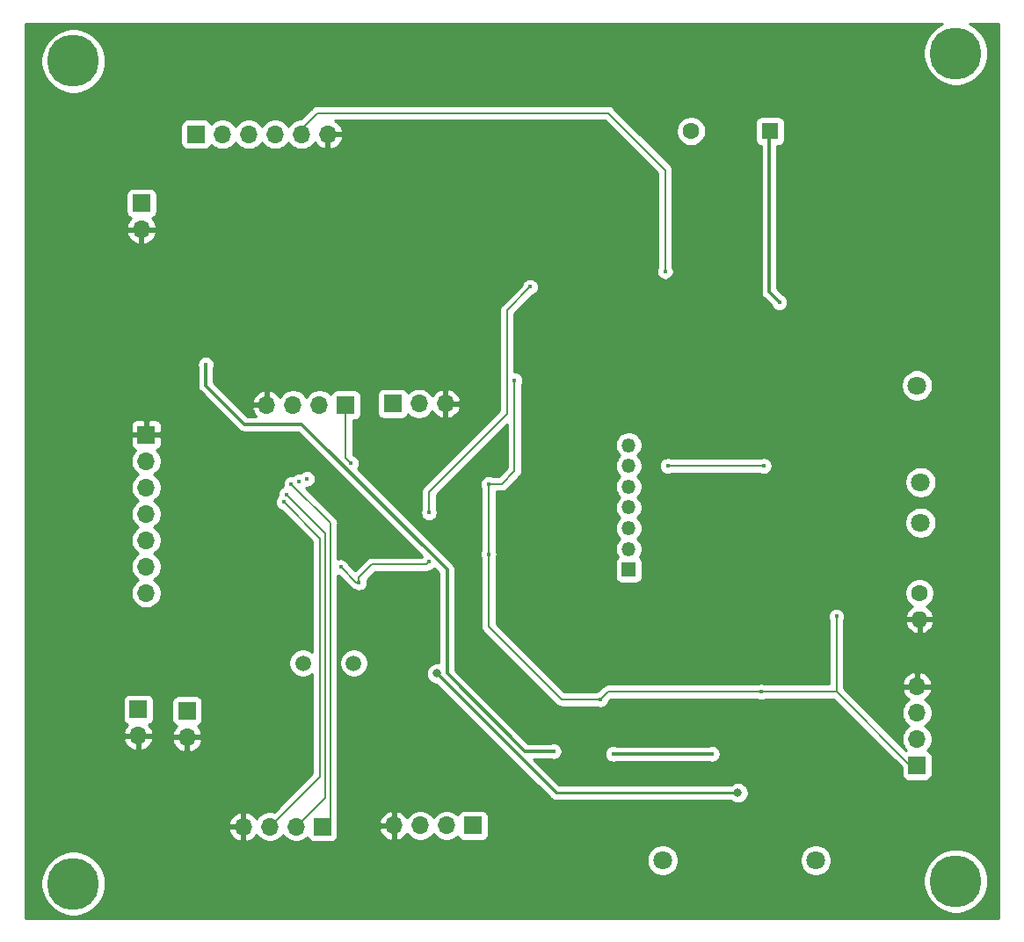
<source format=gbr>
%TF.GenerationSoftware,KiCad,Pcbnew,(5.1.5)-3*%
%TF.CreationDate,2020-07-28T11:43:05+08:00*%
%TF.ProjectId,2in1kicad,32696e31-6b69-4636-9164-2e6b69636164,rev?*%
%TF.SameCoordinates,Original*%
%TF.FileFunction,Copper,L2,Bot*%
%TF.FilePolarity,Positive*%
%FSLAX46Y46*%
G04 Gerber Fmt 4.6, Leading zero omitted, Abs format (unit mm)*
G04 Created by KiCad (PCBNEW (5.1.5)-3) date 2020-07-28 11:43:05*
%MOMM*%
%LPD*%
G04 APERTURE LIST*
%ADD10O,1.700000X1.700000*%
%ADD11R,1.700000X1.700000*%
%ADD12O,1.350000X1.350000*%
%ADD13R,1.350000X1.350000*%
%ADD14C,1.600000*%
%ADD15R,1.600000X1.600000*%
%ADD16O,1.600000X1.600000*%
%ADD17C,1.800000*%
%ADD18C,1.500000*%
%ADD19C,5.000000*%
%ADD20C,0.400000*%
%ADD21C,0.800000*%
%ADD22C,0.300000*%
%ADD23C,0.200000*%
%ADD24C,0.250000*%
%ADD25C,0.254000*%
%ADD26C,0.350000*%
%ADD27C,0.300000*%
G04 APERTURE END LIST*
D10*
X116500000Y-99500000D03*
X116500000Y-102040000D03*
X116500000Y-104580000D03*
D11*
X116500000Y-107120000D03*
D10*
X71080000Y-72250000D03*
X68540000Y-72250000D03*
D11*
X66000000Y-72250000D03*
D12*
X88750000Y-76250000D03*
X88750000Y-78250000D03*
X88750000Y-80250000D03*
X88750000Y-82250000D03*
X88750000Y-84250000D03*
X88750000Y-86250000D03*
D13*
X88750000Y-88250000D03*
D14*
X94750000Y-46000000D03*
D15*
X102350000Y-46000000D03*
D16*
X116750000Y-93040000D03*
D14*
X116750000Y-90500000D03*
D17*
X116500000Y-70500000D03*
D10*
X51630000Y-113000000D03*
X54170000Y-113000000D03*
X56710000Y-113000000D03*
D11*
X59250000Y-113000000D03*
D10*
X53880000Y-72390000D03*
X56420000Y-72390000D03*
X58960000Y-72390000D03*
D11*
X61500000Y-72390000D03*
D18*
X62250000Y-97265000D03*
X57370000Y-97265000D03*
D10*
X41500000Y-104260000D03*
D11*
X41500000Y-101720000D03*
D10*
X46210000Y-104385000D03*
D11*
X46210000Y-101845000D03*
D10*
X42250000Y-90490000D03*
X42250000Y-87950000D03*
X42250000Y-85410000D03*
X42250000Y-82870000D03*
X42250000Y-80330000D03*
X42250000Y-77790000D03*
D11*
X42250000Y-75250000D03*
D10*
X66130000Y-112910000D03*
X68670000Y-112910000D03*
X71210000Y-112910000D03*
D11*
X73750000Y-112910000D03*
D17*
X116860000Y-79820000D03*
D10*
X59760000Y-46310000D03*
X57220000Y-46310000D03*
X54680000Y-46310000D03*
X52140000Y-46310000D03*
X49600000Y-46310000D03*
D11*
X47060000Y-46310000D03*
D17*
X116860000Y-83720000D03*
X106750000Y-116250000D03*
X92000000Y-116250000D03*
D10*
X41810000Y-55480000D03*
D11*
X41810000Y-52940000D03*
D19*
X120250000Y-38500000D03*
X35250000Y-118500000D03*
X35250000Y-39250000D03*
X120250000Y-118250000D03*
D20*
X104000000Y-98250000D03*
X99750000Y-69750000D03*
X87000000Y-50250000D03*
X103250000Y-62500000D03*
X87500000Y-98750000D03*
X70750000Y-80750000D03*
X87500000Y-108500000D03*
X94000000Y-98500000D03*
X56250000Y-86250000D03*
X75250000Y-80000000D03*
X62000000Y-78000000D03*
X62750000Y-89500000D03*
X61000000Y-88000000D03*
X48000000Y-68500000D03*
X81500000Y-105750000D03*
X87250000Y-106000000D03*
X60750000Y-62500000D03*
X107000000Y-84750000D03*
X69750000Y-85250000D03*
X71500000Y-87250000D03*
X65000000Y-80000000D03*
X86000000Y-100750000D03*
X77750000Y-70000000D03*
X75250000Y-86750000D03*
X101500000Y-100000000D03*
X108750000Y-92750000D03*
X69500000Y-87500000D03*
X92250000Y-59500000D03*
X96750000Y-106000000D03*
D21*
X99250000Y-109750000D03*
X70250000Y-98250000D03*
D20*
X92500000Y-78250000D03*
X101750000Y-78250000D03*
X79250000Y-61000000D03*
X69500000Y-82750000D03*
X57000000Y-79750000D03*
X57750000Y-79500000D03*
X55500000Y-81750000D03*
X55750000Y-81000000D03*
X56250000Y-80000000D03*
D22*
X102250000Y-46100000D02*
X102350000Y-46000000D01*
X103250000Y-62500000D02*
X102250000Y-61500000D01*
X102250000Y-61500000D02*
X102250000Y-46100000D01*
D23*
X61500000Y-77500000D02*
X61500000Y-72390000D01*
X62000000Y-78000000D02*
X61500000Y-77500000D01*
X62500000Y-89500000D02*
X62750000Y-89500000D01*
X61000000Y-88000000D02*
X62500000Y-89500000D01*
X76500000Y-80000000D02*
X75250000Y-80000000D01*
X77750000Y-70000000D02*
X77750000Y-78750000D01*
X77750000Y-78750000D02*
X76500000Y-80000000D01*
X75250000Y-80000000D02*
X75250000Y-86750000D01*
X86750000Y-100000000D02*
X86000000Y-100750000D01*
X101500000Y-100000000D02*
X86750000Y-100000000D01*
X101500000Y-100000000D02*
X108750000Y-100000000D01*
X108750000Y-92750000D02*
X108750000Y-100000000D01*
X108750000Y-100000000D02*
X116000000Y-107250000D01*
X116370000Y-107250000D02*
X116500000Y-107120000D01*
X116000000Y-107250000D02*
X116370000Y-107250000D01*
X82250000Y-100750000D02*
X86000000Y-100750000D01*
X75250000Y-86750000D02*
X75250000Y-93750000D01*
X75250000Y-93750000D02*
X82250000Y-100750000D01*
X64000000Y-87750000D02*
X69250000Y-87750000D01*
X69250000Y-87750000D02*
X69500000Y-87500000D01*
X62750000Y-89500000D02*
X62750000Y-89000000D01*
X62750000Y-89000000D02*
X64000000Y-87750000D01*
X57220000Y-45780000D02*
X57220000Y-46310000D01*
X58750000Y-44250000D02*
X57220000Y-45780000D01*
X86750000Y-44250000D02*
X58750000Y-44250000D01*
X92250000Y-59500000D02*
X92250000Y-49750000D01*
X92250000Y-49750000D02*
X86750000Y-44250000D01*
D22*
X87250000Y-106000000D02*
X96750000Y-106000000D01*
X78750000Y-105750000D02*
X81500000Y-105750000D01*
X48000000Y-70500000D02*
X51750000Y-74250000D01*
X51750000Y-74250000D02*
X57250000Y-74250000D01*
X48000000Y-68500000D02*
X48000000Y-70500000D01*
X71250000Y-98250000D02*
X78750000Y-105750000D01*
X57250000Y-74250000D02*
X71250000Y-88250000D01*
X71250000Y-88250000D02*
X71250000Y-98250000D01*
D24*
X99250000Y-109750000D02*
X99250000Y-109750000D01*
X81750000Y-109750000D02*
X99250000Y-109750000D01*
X70250000Y-98250000D02*
X81750000Y-109750000D01*
D23*
X101750000Y-78250000D02*
X92500000Y-78250000D01*
X77000000Y-63250000D02*
X79250000Y-61000000D01*
X77000000Y-73250000D02*
X77000000Y-63250000D01*
X69500000Y-82750000D02*
X69500000Y-80750000D01*
X69500000Y-80750000D02*
X77000000Y-73250000D01*
X59000000Y-108170000D02*
X54170000Y-113000000D01*
X55500000Y-81750000D02*
X59000000Y-85250000D01*
X59000000Y-85250000D02*
X59000000Y-108170000D01*
X59500000Y-110210000D02*
X56710000Y-113000000D01*
X55750000Y-81000000D02*
X59500000Y-84750000D01*
X59500000Y-84750000D02*
X59500000Y-110210000D01*
X56250000Y-80000000D02*
X60000000Y-83750000D01*
X60000000Y-83750000D02*
X60000000Y-112250000D01*
D25*
G36*
X118765021Y-35721799D02*
G01*
X118251554Y-36064886D01*
X117814886Y-36501554D01*
X117471799Y-37015021D01*
X117235476Y-37585554D01*
X117115000Y-38191229D01*
X117115000Y-38808771D01*
X117235476Y-39414446D01*
X117471799Y-39984979D01*
X117814886Y-40498446D01*
X118251554Y-40935114D01*
X118765021Y-41278201D01*
X119335554Y-41514524D01*
X119941229Y-41635000D01*
X120558771Y-41635000D01*
X121164446Y-41514524D01*
X121734979Y-41278201D01*
X122248446Y-40935114D01*
X122685114Y-40498446D01*
X123028201Y-39984979D01*
X123264524Y-39414446D01*
X123385000Y-38808771D01*
X123385000Y-38191229D01*
X123264524Y-37585554D01*
X123028201Y-37015021D01*
X122685114Y-36501554D01*
X122248446Y-36064886D01*
X121734979Y-35721799D01*
X121585783Y-35660000D01*
X124340000Y-35660000D01*
X124340001Y-121840000D01*
X30660000Y-121840000D01*
X30660000Y-118191229D01*
X32115000Y-118191229D01*
X32115000Y-118808771D01*
X32235476Y-119414446D01*
X32471799Y-119984979D01*
X32814886Y-120498446D01*
X33251554Y-120935114D01*
X33765021Y-121278201D01*
X34335554Y-121514524D01*
X34941229Y-121635000D01*
X35558771Y-121635000D01*
X36164446Y-121514524D01*
X36734979Y-121278201D01*
X37248446Y-120935114D01*
X37685114Y-120498446D01*
X38028201Y-119984979D01*
X38264524Y-119414446D01*
X38385000Y-118808771D01*
X38385000Y-118191229D01*
X38335273Y-117941229D01*
X117115000Y-117941229D01*
X117115000Y-118558771D01*
X117235476Y-119164446D01*
X117471799Y-119734979D01*
X117814886Y-120248446D01*
X118251554Y-120685114D01*
X118765021Y-121028201D01*
X119335554Y-121264524D01*
X119941229Y-121385000D01*
X120558771Y-121385000D01*
X121164446Y-121264524D01*
X121734979Y-121028201D01*
X122248446Y-120685114D01*
X122685114Y-120248446D01*
X123028201Y-119734979D01*
X123264524Y-119164446D01*
X123385000Y-118558771D01*
X123385000Y-117941229D01*
X123264524Y-117335554D01*
X123028201Y-116765021D01*
X122685114Y-116251554D01*
X122248446Y-115814886D01*
X121734979Y-115471799D01*
X121164446Y-115235476D01*
X120558771Y-115115000D01*
X119941229Y-115115000D01*
X119335554Y-115235476D01*
X118765021Y-115471799D01*
X118251554Y-115814886D01*
X117814886Y-116251554D01*
X117471799Y-116765021D01*
X117235476Y-117335554D01*
X117115000Y-117941229D01*
X38335273Y-117941229D01*
X38264524Y-117585554D01*
X38028201Y-117015021D01*
X37685114Y-116501554D01*
X37282376Y-116098816D01*
X90465000Y-116098816D01*
X90465000Y-116401184D01*
X90523989Y-116697743D01*
X90639701Y-116977095D01*
X90807688Y-117228505D01*
X91021495Y-117442312D01*
X91272905Y-117610299D01*
X91552257Y-117726011D01*
X91848816Y-117785000D01*
X92151184Y-117785000D01*
X92447743Y-117726011D01*
X92727095Y-117610299D01*
X92978505Y-117442312D01*
X93192312Y-117228505D01*
X93360299Y-116977095D01*
X93476011Y-116697743D01*
X93535000Y-116401184D01*
X93535000Y-116098816D01*
X105215000Y-116098816D01*
X105215000Y-116401184D01*
X105273989Y-116697743D01*
X105389701Y-116977095D01*
X105557688Y-117228505D01*
X105771495Y-117442312D01*
X106022905Y-117610299D01*
X106302257Y-117726011D01*
X106598816Y-117785000D01*
X106901184Y-117785000D01*
X107197743Y-117726011D01*
X107477095Y-117610299D01*
X107728505Y-117442312D01*
X107942312Y-117228505D01*
X108110299Y-116977095D01*
X108226011Y-116697743D01*
X108285000Y-116401184D01*
X108285000Y-116098816D01*
X108226011Y-115802257D01*
X108110299Y-115522905D01*
X107942312Y-115271495D01*
X107728505Y-115057688D01*
X107477095Y-114889701D01*
X107197743Y-114773989D01*
X106901184Y-114715000D01*
X106598816Y-114715000D01*
X106302257Y-114773989D01*
X106022905Y-114889701D01*
X105771495Y-115057688D01*
X105557688Y-115271495D01*
X105389701Y-115522905D01*
X105273989Y-115802257D01*
X105215000Y-116098816D01*
X93535000Y-116098816D01*
X93476011Y-115802257D01*
X93360299Y-115522905D01*
X93192312Y-115271495D01*
X92978505Y-115057688D01*
X92727095Y-114889701D01*
X92447743Y-114773989D01*
X92151184Y-114715000D01*
X91848816Y-114715000D01*
X91552257Y-114773989D01*
X91272905Y-114889701D01*
X91021495Y-115057688D01*
X90807688Y-115271495D01*
X90639701Y-115522905D01*
X90523989Y-115802257D01*
X90465000Y-116098816D01*
X37282376Y-116098816D01*
X37248446Y-116064886D01*
X36734979Y-115721799D01*
X36164446Y-115485476D01*
X35558771Y-115365000D01*
X34941229Y-115365000D01*
X34335554Y-115485476D01*
X33765021Y-115721799D01*
X33251554Y-116064886D01*
X32814886Y-116501554D01*
X32471799Y-117015021D01*
X32235476Y-117585554D01*
X32115000Y-118191229D01*
X30660000Y-118191229D01*
X30660000Y-113356891D01*
X50188519Y-113356891D01*
X50285843Y-113631252D01*
X50434822Y-113881355D01*
X50629731Y-114097588D01*
X50863080Y-114271641D01*
X51125901Y-114396825D01*
X51273110Y-114441476D01*
X51503000Y-114320155D01*
X51503000Y-113127000D01*
X50309186Y-113127000D01*
X50188519Y-113356891D01*
X30660000Y-113356891D01*
X30660000Y-112643109D01*
X50188519Y-112643109D01*
X50309186Y-112873000D01*
X51503000Y-112873000D01*
X51503000Y-111679845D01*
X51273110Y-111558524D01*
X51125901Y-111603175D01*
X50863080Y-111728359D01*
X50629731Y-111902412D01*
X50434822Y-112118645D01*
X50285843Y-112368748D01*
X50188519Y-112643109D01*
X30660000Y-112643109D01*
X30660000Y-104616890D01*
X40058524Y-104616890D01*
X40103175Y-104764099D01*
X40228359Y-105026920D01*
X40402412Y-105260269D01*
X40618645Y-105455178D01*
X40868748Y-105604157D01*
X41143109Y-105701481D01*
X41373000Y-105580814D01*
X41373000Y-104387000D01*
X41627000Y-104387000D01*
X41627000Y-105580814D01*
X41856891Y-105701481D01*
X42131252Y-105604157D01*
X42381355Y-105455178D01*
X42597588Y-105260269D01*
X42771641Y-105026920D01*
X42896825Y-104764099D01*
X42903561Y-104741890D01*
X44768524Y-104741890D01*
X44813175Y-104889099D01*
X44938359Y-105151920D01*
X45112412Y-105385269D01*
X45328645Y-105580178D01*
X45578748Y-105729157D01*
X45853109Y-105826481D01*
X46083000Y-105705814D01*
X46083000Y-104512000D01*
X46337000Y-104512000D01*
X46337000Y-105705814D01*
X46566891Y-105826481D01*
X46841252Y-105729157D01*
X47091355Y-105580178D01*
X47307588Y-105385269D01*
X47481641Y-105151920D01*
X47606825Y-104889099D01*
X47651476Y-104741890D01*
X47530155Y-104512000D01*
X46337000Y-104512000D01*
X46083000Y-104512000D01*
X44889845Y-104512000D01*
X44768524Y-104741890D01*
X42903561Y-104741890D01*
X42941476Y-104616890D01*
X42820155Y-104387000D01*
X41627000Y-104387000D01*
X41373000Y-104387000D01*
X40179845Y-104387000D01*
X40058524Y-104616890D01*
X30660000Y-104616890D01*
X30660000Y-100870000D01*
X40011928Y-100870000D01*
X40011928Y-102570000D01*
X40024188Y-102694482D01*
X40060498Y-102814180D01*
X40119463Y-102924494D01*
X40198815Y-103021185D01*
X40295506Y-103100537D01*
X40405820Y-103159502D01*
X40486466Y-103183966D01*
X40402412Y-103259731D01*
X40228359Y-103493080D01*
X40103175Y-103755901D01*
X40058524Y-103903110D01*
X40179845Y-104133000D01*
X41373000Y-104133000D01*
X41373000Y-104113000D01*
X41627000Y-104113000D01*
X41627000Y-104133000D01*
X42820155Y-104133000D01*
X42941476Y-103903110D01*
X42896825Y-103755901D01*
X42771641Y-103493080D01*
X42597588Y-103259731D01*
X42513534Y-103183966D01*
X42594180Y-103159502D01*
X42704494Y-103100537D01*
X42801185Y-103021185D01*
X42880537Y-102924494D01*
X42939502Y-102814180D01*
X42975812Y-102694482D01*
X42988072Y-102570000D01*
X42988072Y-100995000D01*
X44721928Y-100995000D01*
X44721928Y-102695000D01*
X44734188Y-102819482D01*
X44770498Y-102939180D01*
X44829463Y-103049494D01*
X44908815Y-103146185D01*
X45005506Y-103225537D01*
X45115820Y-103284502D01*
X45196466Y-103308966D01*
X45112412Y-103384731D01*
X44938359Y-103618080D01*
X44813175Y-103880901D01*
X44768524Y-104028110D01*
X44889845Y-104258000D01*
X46083000Y-104258000D01*
X46083000Y-104238000D01*
X46337000Y-104238000D01*
X46337000Y-104258000D01*
X47530155Y-104258000D01*
X47651476Y-104028110D01*
X47606825Y-103880901D01*
X47481641Y-103618080D01*
X47307588Y-103384731D01*
X47223534Y-103308966D01*
X47304180Y-103284502D01*
X47414494Y-103225537D01*
X47511185Y-103146185D01*
X47590537Y-103049494D01*
X47649502Y-102939180D01*
X47685812Y-102819482D01*
X47698072Y-102695000D01*
X47698072Y-100995000D01*
X47685812Y-100870518D01*
X47649502Y-100750820D01*
X47590537Y-100640506D01*
X47511185Y-100543815D01*
X47414494Y-100464463D01*
X47304180Y-100405498D01*
X47184482Y-100369188D01*
X47060000Y-100356928D01*
X45360000Y-100356928D01*
X45235518Y-100369188D01*
X45115820Y-100405498D01*
X45005506Y-100464463D01*
X44908815Y-100543815D01*
X44829463Y-100640506D01*
X44770498Y-100750820D01*
X44734188Y-100870518D01*
X44721928Y-100995000D01*
X42988072Y-100995000D01*
X42988072Y-100870000D01*
X42975812Y-100745518D01*
X42939502Y-100625820D01*
X42880537Y-100515506D01*
X42801185Y-100418815D01*
X42704494Y-100339463D01*
X42594180Y-100280498D01*
X42474482Y-100244188D01*
X42350000Y-100231928D01*
X40650000Y-100231928D01*
X40525518Y-100244188D01*
X40405820Y-100280498D01*
X40295506Y-100339463D01*
X40198815Y-100418815D01*
X40119463Y-100515506D01*
X40060498Y-100625820D01*
X40024188Y-100745518D01*
X40011928Y-100870000D01*
X30660000Y-100870000D01*
X30660000Y-76100000D01*
X40761928Y-76100000D01*
X40774188Y-76224482D01*
X40810498Y-76344180D01*
X40869463Y-76454494D01*
X40948815Y-76551185D01*
X41045506Y-76630537D01*
X41155820Y-76689502D01*
X41228380Y-76711513D01*
X41096525Y-76843368D01*
X40934010Y-77086589D01*
X40822068Y-77356842D01*
X40765000Y-77643740D01*
X40765000Y-77936260D01*
X40822068Y-78223158D01*
X40934010Y-78493411D01*
X41096525Y-78736632D01*
X41303368Y-78943475D01*
X41477760Y-79060000D01*
X41303368Y-79176525D01*
X41096525Y-79383368D01*
X40934010Y-79626589D01*
X40822068Y-79896842D01*
X40765000Y-80183740D01*
X40765000Y-80476260D01*
X40822068Y-80763158D01*
X40934010Y-81033411D01*
X41096525Y-81276632D01*
X41303368Y-81483475D01*
X41477760Y-81600000D01*
X41303368Y-81716525D01*
X41096525Y-81923368D01*
X40934010Y-82166589D01*
X40822068Y-82436842D01*
X40765000Y-82723740D01*
X40765000Y-83016260D01*
X40822068Y-83303158D01*
X40934010Y-83573411D01*
X41096525Y-83816632D01*
X41303368Y-84023475D01*
X41477760Y-84140000D01*
X41303368Y-84256525D01*
X41096525Y-84463368D01*
X40934010Y-84706589D01*
X40822068Y-84976842D01*
X40765000Y-85263740D01*
X40765000Y-85556260D01*
X40822068Y-85843158D01*
X40934010Y-86113411D01*
X41096525Y-86356632D01*
X41303368Y-86563475D01*
X41477760Y-86680000D01*
X41303368Y-86796525D01*
X41096525Y-87003368D01*
X40934010Y-87246589D01*
X40822068Y-87516842D01*
X40765000Y-87803740D01*
X40765000Y-88096260D01*
X40822068Y-88383158D01*
X40934010Y-88653411D01*
X41096525Y-88896632D01*
X41303368Y-89103475D01*
X41477760Y-89220000D01*
X41303368Y-89336525D01*
X41096525Y-89543368D01*
X40934010Y-89786589D01*
X40822068Y-90056842D01*
X40765000Y-90343740D01*
X40765000Y-90636260D01*
X40822068Y-90923158D01*
X40934010Y-91193411D01*
X41096525Y-91436632D01*
X41303368Y-91643475D01*
X41546589Y-91805990D01*
X41816842Y-91917932D01*
X42103740Y-91975000D01*
X42396260Y-91975000D01*
X42683158Y-91917932D01*
X42953411Y-91805990D01*
X43196632Y-91643475D01*
X43403475Y-91436632D01*
X43565990Y-91193411D01*
X43677932Y-90923158D01*
X43735000Y-90636260D01*
X43735000Y-90343740D01*
X43677932Y-90056842D01*
X43565990Y-89786589D01*
X43403475Y-89543368D01*
X43196632Y-89336525D01*
X43022240Y-89220000D01*
X43196632Y-89103475D01*
X43403475Y-88896632D01*
X43565990Y-88653411D01*
X43677932Y-88383158D01*
X43735000Y-88096260D01*
X43735000Y-87803740D01*
X43677932Y-87516842D01*
X43565990Y-87246589D01*
X43403475Y-87003368D01*
X43196632Y-86796525D01*
X43022240Y-86680000D01*
X43196632Y-86563475D01*
X43403475Y-86356632D01*
X43565990Y-86113411D01*
X43677932Y-85843158D01*
X43735000Y-85556260D01*
X43735000Y-85263740D01*
X43677932Y-84976842D01*
X43565990Y-84706589D01*
X43403475Y-84463368D01*
X43196632Y-84256525D01*
X43022240Y-84140000D01*
X43196632Y-84023475D01*
X43403475Y-83816632D01*
X43565990Y-83573411D01*
X43677932Y-83303158D01*
X43735000Y-83016260D01*
X43735000Y-82723740D01*
X43677932Y-82436842D01*
X43565990Y-82166589D01*
X43403475Y-81923368D01*
X43196632Y-81716525D01*
X43022240Y-81600000D01*
X43196632Y-81483475D01*
X43403475Y-81276632D01*
X43565990Y-81033411D01*
X43677932Y-80763158D01*
X43735000Y-80476260D01*
X43735000Y-80183740D01*
X43677932Y-79896842D01*
X43565990Y-79626589D01*
X43403475Y-79383368D01*
X43196632Y-79176525D01*
X43022240Y-79060000D01*
X43196632Y-78943475D01*
X43403475Y-78736632D01*
X43565990Y-78493411D01*
X43677932Y-78223158D01*
X43735000Y-77936260D01*
X43735000Y-77643740D01*
X43677932Y-77356842D01*
X43565990Y-77086589D01*
X43403475Y-76843368D01*
X43271620Y-76711513D01*
X43344180Y-76689502D01*
X43454494Y-76630537D01*
X43551185Y-76551185D01*
X43630537Y-76454494D01*
X43689502Y-76344180D01*
X43725812Y-76224482D01*
X43738072Y-76100000D01*
X43735000Y-75535750D01*
X43576250Y-75377000D01*
X42377000Y-75377000D01*
X42377000Y-75397000D01*
X42123000Y-75397000D01*
X42123000Y-75377000D01*
X40923750Y-75377000D01*
X40765000Y-75535750D01*
X40761928Y-76100000D01*
X30660000Y-76100000D01*
X30660000Y-74400000D01*
X40761928Y-74400000D01*
X40765000Y-74964250D01*
X40923750Y-75123000D01*
X42123000Y-75123000D01*
X42123000Y-73923750D01*
X42377000Y-73923750D01*
X42377000Y-75123000D01*
X43576250Y-75123000D01*
X43735000Y-74964250D01*
X43738072Y-74400000D01*
X43725812Y-74275518D01*
X43689502Y-74155820D01*
X43630537Y-74045506D01*
X43551185Y-73948815D01*
X43454494Y-73869463D01*
X43344180Y-73810498D01*
X43224482Y-73774188D01*
X43100000Y-73761928D01*
X42535750Y-73765000D01*
X42377000Y-73923750D01*
X42123000Y-73923750D01*
X41964250Y-73765000D01*
X41400000Y-73761928D01*
X41275518Y-73774188D01*
X41155820Y-73810498D01*
X41045506Y-73869463D01*
X40948815Y-73948815D01*
X40869463Y-74045506D01*
X40810498Y-74155820D01*
X40774188Y-74275518D01*
X40761928Y-74400000D01*
X30660000Y-74400000D01*
X30660000Y-68417760D01*
X47165000Y-68417760D01*
X47165000Y-68582240D01*
X47197089Y-68743560D01*
X47215000Y-68786802D01*
X47215001Y-70461437D01*
X47211203Y-70500000D01*
X47226359Y-70653886D01*
X47271246Y-70801859D01*
X47274809Y-70808524D01*
X47344139Y-70938233D01*
X47377070Y-70978359D01*
X47417655Y-71027812D01*
X47417659Y-71027816D01*
X47442237Y-71057764D01*
X47472185Y-71082342D01*
X51167653Y-74777810D01*
X51192236Y-74807764D01*
X51311767Y-74905862D01*
X51421005Y-74964250D01*
X51448140Y-74978754D01*
X51596113Y-75023642D01*
X51671026Y-75031020D01*
X51711439Y-75035000D01*
X51711444Y-75035000D01*
X51750000Y-75038797D01*
X51788556Y-75035000D01*
X56924843Y-75035000D01*
X68854488Y-86964645D01*
X68851413Y-86967719D01*
X68819821Y-87015000D01*
X64036105Y-87015000D01*
X64000000Y-87011444D01*
X63963895Y-87015000D01*
X63855915Y-87025635D01*
X63717367Y-87067663D01*
X63589680Y-87135913D01*
X63477762Y-87227762D01*
X63454746Y-87255807D01*
X62375000Y-88335554D01*
X61804655Y-87765209D01*
X61802911Y-87756440D01*
X61739967Y-87604479D01*
X61648587Y-87467719D01*
X61532281Y-87351413D01*
X61395521Y-87260033D01*
X61243560Y-87197089D01*
X61082240Y-87165000D01*
X60917760Y-87165000D01*
X60756440Y-87197089D01*
X60735000Y-87205970D01*
X60735000Y-83786105D01*
X60738556Y-83750000D01*
X60724365Y-83605915D01*
X60682337Y-83467367D01*
X60614087Y-83339680D01*
X60554886Y-83267544D01*
X60545253Y-83255806D01*
X60545250Y-83255803D01*
X60522237Y-83227762D01*
X60494197Y-83204750D01*
X57613691Y-80324245D01*
X57667760Y-80335000D01*
X57832240Y-80335000D01*
X57993560Y-80302911D01*
X58145521Y-80239967D01*
X58282281Y-80148587D01*
X58398587Y-80032281D01*
X58489967Y-79895521D01*
X58552911Y-79743560D01*
X58585000Y-79582240D01*
X58585000Y-79417760D01*
X58552911Y-79256440D01*
X58489967Y-79104479D01*
X58398587Y-78967719D01*
X58282281Y-78851413D01*
X58145521Y-78760033D01*
X57993560Y-78697089D01*
X57832240Y-78665000D01*
X57667760Y-78665000D01*
X57506440Y-78697089D01*
X57354479Y-78760033D01*
X57217719Y-78851413D01*
X57142204Y-78926928D01*
X57082240Y-78915000D01*
X56917760Y-78915000D01*
X56756440Y-78947089D01*
X56604479Y-79010033D01*
X56467719Y-79101413D01*
X56392204Y-79176928D01*
X56332240Y-79165000D01*
X56167760Y-79165000D01*
X56006440Y-79197089D01*
X55854479Y-79260033D01*
X55717719Y-79351413D01*
X55601413Y-79467719D01*
X55510033Y-79604479D01*
X55447089Y-79756440D01*
X55415000Y-79917760D01*
X55415000Y-80082240D01*
X55443067Y-80223339D01*
X55354479Y-80260033D01*
X55217719Y-80351413D01*
X55101413Y-80467719D01*
X55010033Y-80604479D01*
X54947089Y-80756440D01*
X54915000Y-80917760D01*
X54915000Y-81082240D01*
X54926928Y-81142204D01*
X54851413Y-81217719D01*
X54760033Y-81354479D01*
X54697089Y-81506440D01*
X54665000Y-81667760D01*
X54665000Y-81832240D01*
X54697089Y-81993560D01*
X54760033Y-82145521D01*
X54851413Y-82282281D01*
X54967719Y-82398587D01*
X55104479Y-82489967D01*
X55256440Y-82552911D01*
X55265209Y-82554655D01*
X58265000Y-85554447D01*
X58265000Y-96201315D01*
X58252886Y-96189201D01*
X58026043Y-96037629D01*
X57773989Y-95933225D01*
X57506411Y-95880000D01*
X57233589Y-95880000D01*
X56966011Y-95933225D01*
X56713957Y-96037629D01*
X56487114Y-96189201D01*
X56294201Y-96382114D01*
X56142629Y-96608957D01*
X56038225Y-96861011D01*
X55985000Y-97128589D01*
X55985000Y-97401411D01*
X56038225Y-97668989D01*
X56142629Y-97921043D01*
X56294201Y-98147886D01*
X56487114Y-98340799D01*
X56713957Y-98492371D01*
X56966011Y-98596775D01*
X57233589Y-98650000D01*
X57506411Y-98650000D01*
X57773989Y-98596775D01*
X58026043Y-98492371D01*
X58252886Y-98340799D01*
X58265001Y-98328684D01*
X58265001Y-107865552D01*
X54565897Y-111564656D01*
X54316260Y-111515000D01*
X54023740Y-111515000D01*
X53736842Y-111572068D01*
X53466589Y-111684010D01*
X53223368Y-111846525D01*
X53016525Y-112053368D01*
X52894805Y-112235534D01*
X52825178Y-112118645D01*
X52630269Y-111902412D01*
X52396920Y-111728359D01*
X52134099Y-111603175D01*
X51986890Y-111558524D01*
X51757000Y-111679845D01*
X51757000Y-112873000D01*
X51777000Y-112873000D01*
X51777000Y-113127000D01*
X51757000Y-113127000D01*
X51757000Y-114320155D01*
X51986890Y-114441476D01*
X52134099Y-114396825D01*
X52396920Y-114271641D01*
X52630269Y-114097588D01*
X52825178Y-113881355D01*
X52894805Y-113764466D01*
X53016525Y-113946632D01*
X53223368Y-114153475D01*
X53466589Y-114315990D01*
X53736842Y-114427932D01*
X54023740Y-114485000D01*
X54316260Y-114485000D01*
X54603158Y-114427932D01*
X54873411Y-114315990D01*
X55116632Y-114153475D01*
X55323475Y-113946632D01*
X55440000Y-113772240D01*
X55556525Y-113946632D01*
X55763368Y-114153475D01*
X56006589Y-114315990D01*
X56276842Y-114427932D01*
X56563740Y-114485000D01*
X56856260Y-114485000D01*
X57143158Y-114427932D01*
X57413411Y-114315990D01*
X57656632Y-114153475D01*
X57788487Y-114021620D01*
X57810498Y-114094180D01*
X57869463Y-114204494D01*
X57948815Y-114301185D01*
X58045506Y-114380537D01*
X58155820Y-114439502D01*
X58275518Y-114475812D01*
X58400000Y-114488072D01*
X60100000Y-114488072D01*
X60224482Y-114475812D01*
X60344180Y-114439502D01*
X60454494Y-114380537D01*
X60551185Y-114301185D01*
X60630537Y-114204494D01*
X60689502Y-114094180D01*
X60725812Y-113974482D01*
X60738072Y-113850000D01*
X60738072Y-113266891D01*
X64688519Y-113266891D01*
X64785843Y-113541252D01*
X64934822Y-113791355D01*
X65129731Y-114007588D01*
X65363080Y-114181641D01*
X65625901Y-114306825D01*
X65773110Y-114351476D01*
X66003000Y-114230155D01*
X66003000Y-113037000D01*
X64809186Y-113037000D01*
X64688519Y-113266891D01*
X60738072Y-113266891D01*
X60738072Y-112553109D01*
X64688519Y-112553109D01*
X64809186Y-112783000D01*
X66003000Y-112783000D01*
X66003000Y-111589845D01*
X66257000Y-111589845D01*
X66257000Y-112783000D01*
X66277000Y-112783000D01*
X66277000Y-113037000D01*
X66257000Y-113037000D01*
X66257000Y-114230155D01*
X66486890Y-114351476D01*
X66634099Y-114306825D01*
X66896920Y-114181641D01*
X67130269Y-114007588D01*
X67325178Y-113791355D01*
X67394805Y-113674466D01*
X67516525Y-113856632D01*
X67723368Y-114063475D01*
X67966589Y-114225990D01*
X68236842Y-114337932D01*
X68523740Y-114395000D01*
X68816260Y-114395000D01*
X69103158Y-114337932D01*
X69373411Y-114225990D01*
X69616632Y-114063475D01*
X69823475Y-113856632D01*
X69940000Y-113682240D01*
X70056525Y-113856632D01*
X70263368Y-114063475D01*
X70506589Y-114225990D01*
X70776842Y-114337932D01*
X71063740Y-114395000D01*
X71356260Y-114395000D01*
X71643158Y-114337932D01*
X71913411Y-114225990D01*
X72156632Y-114063475D01*
X72288487Y-113931620D01*
X72310498Y-114004180D01*
X72369463Y-114114494D01*
X72448815Y-114211185D01*
X72545506Y-114290537D01*
X72655820Y-114349502D01*
X72775518Y-114385812D01*
X72900000Y-114398072D01*
X74600000Y-114398072D01*
X74724482Y-114385812D01*
X74844180Y-114349502D01*
X74954494Y-114290537D01*
X75051185Y-114211185D01*
X75130537Y-114114494D01*
X75189502Y-114004180D01*
X75225812Y-113884482D01*
X75238072Y-113760000D01*
X75238072Y-112060000D01*
X75225812Y-111935518D01*
X75189502Y-111815820D01*
X75130537Y-111705506D01*
X75051185Y-111608815D01*
X74954494Y-111529463D01*
X74844180Y-111470498D01*
X74724482Y-111434188D01*
X74600000Y-111421928D01*
X72900000Y-111421928D01*
X72775518Y-111434188D01*
X72655820Y-111470498D01*
X72545506Y-111529463D01*
X72448815Y-111608815D01*
X72369463Y-111705506D01*
X72310498Y-111815820D01*
X72288487Y-111888380D01*
X72156632Y-111756525D01*
X71913411Y-111594010D01*
X71643158Y-111482068D01*
X71356260Y-111425000D01*
X71063740Y-111425000D01*
X70776842Y-111482068D01*
X70506589Y-111594010D01*
X70263368Y-111756525D01*
X70056525Y-111963368D01*
X69940000Y-112137760D01*
X69823475Y-111963368D01*
X69616632Y-111756525D01*
X69373411Y-111594010D01*
X69103158Y-111482068D01*
X68816260Y-111425000D01*
X68523740Y-111425000D01*
X68236842Y-111482068D01*
X67966589Y-111594010D01*
X67723368Y-111756525D01*
X67516525Y-111963368D01*
X67394805Y-112145534D01*
X67325178Y-112028645D01*
X67130269Y-111812412D01*
X66896920Y-111638359D01*
X66634099Y-111513175D01*
X66486890Y-111468524D01*
X66257000Y-111589845D01*
X66003000Y-111589845D01*
X65773110Y-111468524D01*
X65625901Y-111513175D01*
X65363080Y-111638359D01*
X65129731Y-111812412D01*
X64934822Y-112028645D01*
X64785843Y-112278748D01*
X64688519Y-112553109D01*
X60738072Y-112553109D01*
X60738072Y-112150000D01*
X60735000Y-112118808D01*
X60735000Y-97128589D01*
X60865000Y-97128589D01*
X60865000Y-97401411D01*
X60918225Y-97668989D01*
X61022629Y-97921043D01*
X61174201Y-98147886D01*
X61367114Y-98340799D01*
X61593957Y-98492371D01*
X61846011Y-98596775D01*
X62113589Y-98650000D01*
X62386411Y-98650000D01*
X62653989Y-98596775D01*
X62906043Y-98492371D01*
X63132886Y-98340799D01*
X63325799Y-98147886D01*
X63477371Y-97921043D01*
X63581775Y-97668989D01*
X63635000Y-97401411D01*
X63635000Y-97128589D01*
X63581775Y-96861011D01*
X63477371Y-96608957D01*
X63325799Y-96382114D01*
X63132886Y-96189201D01*
X62906043Y-96037629D01*
X62653989Y-95933225D01*
X62386411Y-95880000D01*
X62113589Y-95880000D01*
X61846011Y-95933225D01*
X61593957Y-96037629D01*
X61367114Y-96189201D01*
X61174201Y-96382114D01*
X61022629Y-96608957D01*
X60918225Y-96861011D01*
X60865000Y-97128589D01*
X60735000Y-97128589D01*
X60735000Y-88794030D01*
X60756440Y-88802911D01*
X60765209Y-88804655D01*
X61954746Y-89994193D01*
X61977762Y-90022238D01*
X62089680Y-90114087D01*
X62217367Y-90182337D01*
X62310520Y-90210595D01*
X62354479Y-90239967D01*
X62506440Y-90302911D01*
X62667760Y-90335000D01*
X62832240Y-90335000D01*
X62993560Y-90302911D01*
X63145521Y-90239967D01*
X63282281Y-90148587D01*
X63398587Y-90032281D01*
X63489967Y-89895521D01*
X63552911Y-89743560D01*
X63585000Y-89582240D01*
X63585000Y-89417760D01*
X63552911Y-89256440D01*
X63547081Y-89242365D01*
X64304447Y-88485000D01*
X69213895Y-88485000D01*
X69250000Y-88488556D01*
X69286105Y-88485000D01*
X69394085Y-88474365D01*
X69532633Y-88432337D01*
X69660320Y-88364087D01*
X69732081Y-88305194D01*
X69743560Y-88302911D01*
X69895521Y-88239967D01*
X70032281Y-88148587D01*
X70035356Y-88145513D01*
X70465000Y-88575157D01*
X70465001Y-97237489D01*
X70351939Y-97215000D01*
X70148061Y-97215000D01*
X69948102Y-97254774D01*
X69759744Y-97332795D01*
X69590226Y-97446063D01*
X69446063Y-97590226D01*
X69332795Y-97759744D01*
X69254774Y-97948102D01*
X69215000Y-98148061D01*
X69215000Y-98351939D01*
X69254774Y-98551898D01*
X69332795Y-98740256D01*
X69446063Y-98909774D01*
X69590226Y-99053937D01*
X69759744Y-99167205D01*
X69948102Y-99245226D01*
X70148061Y-99285000D01*
X70210199Y-99285000D01*
X81186201Y-110261003D01*
X81209999Y-110290001D01*
X81238997Y-110313799D01*
X81325723Y-110384974D01*
X81457753Y-110455546D01*
X81601014Y-110499003D01*
X81712667Y-110510000D01*
X81712677Y-110510000D01*
X81750000Y-110513676D01*
X81787323Y-110510000D01*
X98546289Y-110510000D01*
X98590226Y-110553937D01*
X98759744Y-110667205D01*
X98948102Y-110745226D01*
X99148061Y-110785000D01*
X99351939Y-110785000D01*
X99551898Y-110745226D01*
X99740256Y-110667205D01*
X99909774Y-110553937D01*
X100053937Y-110409774D01*
X100167205Y-110240256D01*
X100245226Y-110051898D01*
X100285000Y-109851939D01*
X100285000Y-109648061D01*
X100245226Y-109448102D01*
X100167205Y-109259744D01*
X100053937Y-109090226D01*
X99909774Y-108946063D01*
X99740256Y-108832795D01*
X99551898Y-108754774D01*
X99351939Y-108715000D01*
X99148061Y-108715000D01*
X98948102Y-108754774D01*
X98759744Y-108832795D01*
X98590226Y-108946063D01*
X98546289Y-108990000D01*
X82064802Y-108990000D01*
X79609802Y-106535000D01*
X81213199Y-106535000D01*
X81256440Y-106552911D01*
X81417760Y-106585000D01*
X81582240Y-106585000D01*
X81743560Y-106552911D01*
X81895521Y-106489967D01*
X82032281Y-106398587D01*
X82148587Y-106282281D01*
X82239967Y-106145521D01*
X82302911Y-105993560D01*
X82317988Y-105917760D01*
X86415000Y-105917760D01*
X86415000Y-106082240D01*
X86447089Y-106243560D01*
X86510033Y-106395521D01*
X86601413Y-106532281D01*
X86717719Y-106648587D01*
X86854479Y-106739967D01*
X87006440Y-106802911D01*
X87167760Y-106835000D01*
X87332240Y-106835000D01*
X87493560Y-106802911D01*
X87536801Y-106785000D01*
X96463199Y-106785000D01*
X96506440Y-106802911D01*
X96667760Y-106835000D01*
X96832240Y-106835000D01*
X96993560Y-106802911D01*
X97145521Y-106739967D01*
X97282281Y-106648587D01*
X97398587Y-106532281D01*
X97489967Y-106395521D01*
X97552911Y-106243560D01*
X97585000Y-106082240D01*
X97585000Y-105917760D01*
X97552911Y-105756440D01*
X97489967Y-105604479D01*
X97398587Y-105467719D01*
X97282281Y-105351413D01*
X97145521Y-105260033D01*
X96993560Y-105197089D01*
X96832240Y-105165000D01*
X96667760Y-105165000D01*
X96506440Y-105197089D01*
X96463199Y-105215000D01*
X87536801Y-105215000D01*
X87493560Y-105197089D01*
X87332240Y-105165000D01*
X87167760Y-105165000D01*
X87006440Y-105197089D01*
X86854479Y-105260033D01*
X86717719Y-105351413D01*
X86601413Y-105467719D01*
X86510033Y-105604479D01*
X86447089Y-105756440D01*
X86415000Y-105917760D01*
X82317988Y-105917760D01*
X82335000Y-105832240D01*
X82335000Y-105667760D01*
X82302911Y-105506440D01*
X82239967Y-105354479D01*
X82148587Y-105217719D01*
X82032281Y-105101413D01*
X81895521Y-105010033D01*
X81743560Y-104947089D01*
X81582240Y-104915000D01*
X81417760Y-104915000D01*
X81256440Y-104947089D01*
X81213199Y-104965000D01*
X79075157Y-104965000D01*
X72035000Y-97924843D01*
X72035000Y-88288556D01*
X72038797Y-88250000D01*
X72035000Y-88211440D01*
X72035000Y-88211439D01*
X72029965Y-88160319D01*
X72023642Y-88096113D01*
X71978754Y-87948140D01*
X71929459Y-87855915D01*
X71905862Y-87811767D01*
X71807764Y-87692236D01*
X71777811Y-87667654D01*
X66777917Y-82667760D01*
X68665000Y-82667760D01*
X68665000Y-82832240D01*
X68697089Y-82993560D01*
X68760033Y-83145521D01*
X68851413Y-83282281D01*
X68967719Y-83398587D01*
X69104479Y-83489967D01*
X69256440Y-83552911D01*
X69417760Y-83585000D01*
X69582240Y-83585000D01*
X69743560Y-83552911D01*
X69895521Y-83489967D01*
X70032281Y-83398587D01*
X70148587Y-83282281D01*
X70239967Y-83145521D01*
X70302911Y-82993560D01*
X70335000Y-82832240D01*
X70335000Y-82667760D01*
X70302911Y-82506440D01*
X70239967Y-82354479D01*
X70235000Y-82347045D01*
X70235000Y-81054446D01*
X77015000Y-74274446D01*
X77015001Y-78445552D01*
X76195554Y-79265000D01*
X75652955Y-79265000D01*
X75645521Y-79260033D01*
X75493560Y-79197089D01*
X75332240Y-79165000D01*
X75167760Y-79165000D01*
X75006440Y-79197089D01*
X74854479Y-79260033D01*
X74717719Y-79351413D01*
X74601413Y-79467719D01*
X74510033Y-79604479D01*
X74447089Y-79756440D01*
X74415000Y-79917760D01*
X74415000Y-80082240D01*
X74447089Y-80243560D01*
X74510033Y-80395521D01*
X74515000Y-80402955D01*
X74515001Y-86347044D01*
X74510033Y-86354479D01*
X74447089Y-86506440D01*
X74415000Y-86667760D01*
X74415000Y-86832240D01*
X74447089Y-86993560D01*
X74510033Y-87145521D01*
X74515000Y-87152955D01*
X74515001Y-93713885D01*
X74511444Y-93750000D01*
X74525635Y-93894085D01*
X74567664Y-94032633D01*
X74635914Y-94160320D01*
X74727763Y-94272238D01*
X74755808Y-94295254D01*
X81704746Y-101244193D01*
X81727762Y-101272238D01*
X81839680Y-101364087D01*
X81967367Y-101432337D01*
X82105915Y-101474365D01*
X82250000Y-101488556D01*
X82286105Y-101485000D01*
X85597045Y-101485000D01*
X85604479Y-101489967D01*
X85756440Y-101552911D01*
X85917760Y-101585000D01*
X86082240Y-101585000D01*
X86243560Y-101552911D01*
X86395521Y-101489967D01*
X86532281Y-101398587D01*
X86648587Y-101282281D01*
X86739967Y-101145521D01*
X86802911Y-100993560D01*
X86804655Y-100984791D01*
X87054447Y-100735000D01*
X101097045Y-100735000D01*
X101104479Y-100739967D01*
X101256440Y-100802911D01*
X101417760Y-100835000D01*
X101582240Y-100835000D01*
X101743560Y-100802911D01*
X101895521Y-100739967D01*
X101902955Y-100735000D01*
X108445554Y-100735000D01*
X115011928Y-107301375D01*
X115011928Y-107970000D01*
X115024188Y-108094482D01*
X115060498Y-108214180D01*
X115119463Y-108324494D01*
X115198815Y-108421185D01*
X115295506Y-108500537D01*
X115405820Y-108559502D01*
X115525518Y-108595812D01*
X115650000Y-108608072D01*
X117350000Y-108608072D01*
X117474482Y-108595812D01*
X117594180Y-108559502D01*
X117704494Y-108500537D01*
X117801185Y-108421185D01*
X117880537Y-108324494D01*
X117939502Y-108214180D01*
X117975812Y-108094482D01*
X117988072Y-107970000D01*
X117988072Y-106270000D01*
X117975812Y-106145518D01*
X117939502Y-106025820D01*
X117880537Y-105915506D01*
X117801185Y-105818815D01*
X117704494Y-105739463D01*
X117594180Y-105680498D01*
X117521620Y-105658487D01*
X117653475Y-105526632D01*
X117815990Y-105283411D01*
X117927932Y-105013158D01*
X117985000Y-104726260D01*
X117985000Y-104433740D01*
X117927932Y-104146842D01*
X117815990Y-103876589D01*
X117653475Y-103633368D01*
X117446632Y-103426525D01*
X117272240Y-103310000D01*
X117446632Y-103193475D01*
X117653475Y-102986632D01*
X117815990Y-102743411D01*
X117927932Y-102473158D01*
X117985000Y-102186260D01*
X117985000Y-101893740D01*
X117927932Y-101606842D01*
X117815990Y-101336589D01*
X117653475Y-101093368D01*
X117446632Y-100886525D01*
X117264466Y-100764805D01*
X117381355Y-100695178D01*
X117597588Y-100500269D01*
X117771641Y-100266920D01*
X117896825Y-100004099D01*
X117941476Y-99856890D01*
X117820155Y-99627000D01*
X116627000Y-99627000D01*
X116627000Y-99647000D01*
X116373000Y-99647000D01*
X116373000Y-99627000D01*
X115179845Y-99627000D01*
X115058524Y-99856890D01*
X115103175Y-100004099D01*
X115228359Y-100266920D01*
X115402412Y-100500269D01*
X115618645Y-100695178D01*
X115735534Y-100764805D01*
X115553368Y-100886525D01*
X115346525Y-101093368D01*
X115184010Y-101336589D01*
X115072068Y-101606842D01*
X115015000Y-101893740D01*
X115015000Y-102186260D01*
X115072068Y-102473158D01*
X115184010Y-102743411D01*
X115346525Y-102986632D01*
X115553368Y-103193475D01*
X115727760Y-103310000D01*
X115553368Y-103426525D01*
X115346525Y-103633368D01*
X115184010Y-103876589D01*
X115072068Y-104146842D01*
X115015000Y-104433740D01*
X115015000Y-104726260D01*
X115072068Y-105013158D01*
X115184010Y-105283411D01*
X115346525Y-105526632D01*
X115478380Y-105658487D01*
X115455020Y-105665573D01*
X109485000Y-99695554D01*
X109485000Y-99143110D01*
X115058524Y-99143110D01*
X115179845Y-99373000D01*
X116373000Y-99373000D01*
X116373000Y-98179186D01*
X116627000Y-98179186D01*
X116627000Y-99373000D01*
X117820155Y-99373000D01*
X117941476Y-99143110D01*
X117896825Y-98995901D01*
X117771641Y-98733080D01*
X117597588Y-98499731D01*
X117381355Y-98304822D01*
X117131252Y-98155843D01*
X116856891Y-98058519D01*
X116627000Y-98179186D01*
X116373000Y-98179186D01*
X116143109Y-98058519D01*
X115868748Y-98155843D01*
X115618645Y-98304822D01*
X115402412Y-98499731D01*
X115228359Y-98733080D01*
X115103175Y-98995901D01*
X115058524Y-99143110D01*
X109485000Y-99143110D01*
X109485000Y-93389040D01*
X115358091Y-93389040D01*
X115452930Y-93653881D01*
X115597615Y-93895131D01*
X115786586Y-94103519D01*
X116012580Y-94271037D01*
X116266913Y-94391246D01*
X116400961Y-94431904D01*
X116623000Y-94309915D01*
X116623000Y-93167000D01*
X116877000Y-93167000D01*
X116877000Y-94309915D01*
X117099039Y-94431904D01*
X117233087Y-94391246D01*
X117487420Y-94271037D01*
X117713414Y-94103519D01*
X117902385Y-93895131D01*
X118047070Y-93653881D01*
X118141909Y-93389040D01*
X118020624Y-93167000D01*
X116877000Y-93167000D01*
X116623000Y-93167000D01*
X115479376Y-93167000D01*
X115358091Y-93389040D01*
X109485000Y-93389040D01*
X109485000Y-93152955D01*
X109489967Y-93145521D01*
X109552911Y-92993560D01*
X109585000Y-92832240D01*
X109585000Y-92667760D01*
X109552911Y-92506440D01*
X109489967Y-92354479D01*
X109398587Y-92217719D01*
X109282281Y-92101413D01*
X109145521Y-92010033D01*
X108993560Y-91947089D01*
X108832240Y-91915000D01*
X108667760Y-91915000D01*
X108506440Y-91947089D01*
X108354479Y-92010033D01*
X108217719Y-92101413D01*
X108101413Y-92217719D01*
X108010033Y-92354479D01*
X107947089Y-92506440D01*
X107915000Y-92667760D01*
X107915000Y-92832240D01*
X107947089Y-92993560D01*
X108010033Y-93145521D01*
X108015000Y-93152955D01*
X108015001Y-99265000D01*
X101902955Y-99265000D01*
X101895521Y-99260033D01*
X101743560Y-99197089D01*
X101582240Y-99165000D01*
X101417760Y-99165000D01*
X101256440Y-99197089D01*
X101104479Y-99260033D01*
X101097045Y-99265000D01*
X86786096Y-99265000D01*
X86749999Y-99261445D01*
X86713902Y-99265000D01*
X86713895Y-99265000D01*
X86620132Y-99274235D01*
X86605914Y-99275635D01*
X86563886Y-99288384D01*
X86467367Y-99317663D01*
X86339680Y-99385913D01*
X86227762Y-99477762D01*
X86204746Y-99505807D01*
X85765209Y-99945345D01*
X85756440Y-99947089D01*
X85604479Y-100010033D01*
X85597045Y-100015000D01*
X82554447Y-100015000D01*
X75985000Y-93445554D01*
X75985000Y-90358665D01*
X115315000Y-90358665D01*
X115315000Y-90641335D01*
X115370147Y-90918574D01*
X115478320Y-91179727D01*
X115635363Y-91414759D01*
X115835241Y-91614637D01*
X116070273Y-91771680D01*
X116081565Y-91776357D01*
X116012580Y-91808963D01*
X115786586Y-91976481D01*
X115597615Y-92184869D01*
X115452930Y-92426119D01*
X115358091Y-92690960D01*
X115479376Y-92913000D01*
X116623000Y-92913000D01*
X116623000Y-92893000D01*
X116877000Y-92893000D01*
X116877000Y-92913000D01*
X118020624Y-92913000D01*
X118141909Y-92690960D01*
X118047070Y-92426119D01*
X117902385Y-92184869D01*
X117713414Y-91976481D01*
X117487420Y-91808963D01*
X117418435Y-91776357D01*
X117429727Y-91771680D01*
X117664759Y-91614637D01*
X117864637Y-91414759D01*
X118021680Y-91179727D01*
X118129853Y-90918574D01*
X118185000Y-90641335D01*
X118185000Y-90358665D01*
X118129853Y-90081426D01*
X118021680Y-89820273D01*
X117864637Y-89585241D01*
X117664759Y-89385363D01*
X117429727Y-89228320D01*
X117168574Y-89120147D01*
X116891335Y-89065000D01*
X116608665Y-89065000D01*
X116331426Y-89120147D01*
X116070273Y-89228320D01*
X115835241Y-89385363D01*
X115635363Y-89585241D01*
X115478320Y-89820273D01*
X115370147Y-90081426D01*
X115315000Y-90358665D01*
X75985000Y-90358665D01*
X75985000Y-87575000D01*
X87436928Y-87575000D01*
X87436928Y-88925000D01*
X87449188Y-89049482D01*
X87485498Y-89169180D01*
X87544463Y-89279494D01*
X87623815Y-89376185D01*
X87720506Y-89455537D01*
X87830820Y-89514502D01*
X87950518Y-89550812D01*
X88075000Y-89563072D01*
X89425000Y-89563072D01*
X89549482Y-89550812D01*
X89669180Y-89514502D01*
X89779494Y-89455537D01*
X89876185Y-89376185D01*
X89955537Y-89279494D01*
X90014502Y-89169180D01*
X90050812Y-89049482D01*
X90063072Y-88925000D01*
X90063072Y-87575000D01*
X90050812Y-87450518D01*
X90014502Y-87330820D01*
X89955537Y-87220506D01*
X89876185Y-87123815D01*
X89789303Y-87052513D01*
X89910907Y-86870518D01*
X90009658Y-86632113D01*
X90060000Y-86379024D01*
X90060000Y-86120976D01*
X90009658Y-85867887D01*
X89910907Y-85629482D01*
X89767544Y-85414923D01*
X89602621Y-85250000D01*
X89767544Y-85085077D01*
X89910907Y-84870518D01*
X90009658Y-84632113D01*
X90060000Y-84379024D01*
X90060000Y-84120976D01*
X90009658Y-83867887D01*
X89910907Y-83629482D01*
X89870372Y-83568816D01*
X115325000Y-83568816D01*
X115325000Y-83871184D01*
X115383989Y-84167743D01*
X115499701Y-84447095D01*
X115667688Y-84698505D01*
X115881495Y-84912312D01*
X116132905Y-85080299D01*
X116412257Y-85196011D01*
X116708816Y-85255000D01*
X117011184Y-85255000D01*
X117307743Y-85196011D01*
X117587095Y-85080299D01*
X117838505Y-84912312D01*
X118052312Y-84698505D01*
X118220299Y-84447095D01*
X118336011Y-84167743D01*
X118395000Y-83871184D01*
X118395000Y-83568816D01*
X118336011Y-83272257D01*
X118220299Y-82992905D01*
X118052312Y-82741495D01*
X117838505Y-82527688D01*
X117587095Y-82359701D01*
X117307743Y-82243989D01*
X117011184Y-82185000D01*
X116708816Y-82185000D01*
X116412257Y-82243989D01*
X116132905Y-82359701D01*
X115881495Y-82527688D01*
X115667688Y-82741495D01*
X115499701Y-82992905D01*
X115383989Y-83272257D01*
X115325000Y-83568816D01*
X89870372Y-83568816D01*
X89767544Y-83414923D01*
X89602621Y-83250000D01*
X89767544Y-83085077D01*
X89910907Y-82870518D01*
X90009658Y-82632113D01*
X90060000Y-82379024D01*
X90060000Y-82120976D01*
X90009658Y-81867887D01*
X89910907Y-81629482D01*
X89767544Y-81414923D01*
X89602621Y-81250000D01*
X89767544Y-81085077D01*
X89910907Y-80870518D01*
X90009658Y-80632113D01*
X90060000Y-80379024D01*
X90060000Y-80120976D01*
X90009658Y-79867887D01*
X89927200Y-79668816D01*
X115325000Y-79668816D01*
X115325000Y-79971184D01*
X115383989Y-80267743D01*
X115499701Y-80547095D01*
X115667688Y-80798505D01*
X115881495Y-81012312D01*
X116132905Y-81180299D01*
X116412257Y-81296011D01*
X116708816Y-81355000D01*
X117011184Y-81355000D01*
X117307743Y-81296011D01*
X117587095Y-81180299D01*
X117838505Y-81012312D01*
X118052312Y-80798505D01*
X118220299Y-80547095D01*
X118336011Y-80267743D01*
X118395000Y-79971184D01*
X118395000Y-79668816D01*
X118336011Y-79372257D01*
X118220299Y-79092905D01*
X118052312Y-78841495D01*
X117838505Y-78627688D01*
X117587095Y-78459701D01*
X117307743Y-78343989D01*
X117011184Y-78285000D01*
X116708816Y-78285000D01*
X116412257Y-78343989D01*
X116132905Y-78459701D01*
X115881495Y-78627688D01*
X115667688Y-78841495D01*
X115499701Y-79092905D01*
X115383989Y-79372257D01*
X115325000Y-79668816D01*
X89927200Y-79668816D01*
X89910907Y-79629482D01*
X89767544Y-79414923D01*
X89602621Y-79250000D01*
X89767544Y-79085077D01*
X89910907Y-78870518D01*
X90009658Y-78632113D01*
X90060000Y-78379024D01*
X90060000Y-78167760D01*
X91665000Y-78167760D01*
X91665000Y-78332240D01*
X91697089Y-78493560D01*
X91760033Y-78645521D01*
X91851413Y-78782281D01*
X91967719Y-78898587D01*
X92104479Y-78989967D01*
X92256440Y-79052911D01*
X92417760Y-79085000D01*
X92582240Y-79085000D01*
X92743560Y-79052911D01*
X92895521Y-78989967D01*
X92902955Y-78985000D01*
X101347045Y-78985000D01*
X101354479Y-78989967D01*
X101506440Y-79052911D01*
X101667760Y-79085000D01*
X101832240Y-79085000D01*
X101993560Y-79052911D01*
X102145521Y-78989967D01*
X102282281Y-78898587D01*
X102398587Y-78782281D01*
X102489967Y-78645521D01*
X102552911Y-78493560D01*
X102585000Y-78332240D01*
X102585000Y-78167760D01*
X102552911Y-78006440D01*
X102489967Y-77854479D01*
X102398587Y-77717719D01*
X102282281Y-77601413D01*
X102145521Y-77510033D01*
X101993560Y-77447089D01*
X101832240Y-77415000D01*
X101667760Y-77415000D01*
X101506440Y-77447089D01*
X101354479Y-77510033D01*
X101347045Y-77515000D01*
X92902955Y-77515000D01*
X92895521Y-77510033D01*
X92743560Y-77447089D01*
X92582240Y-77415000D01*
X92417760Y-77415000D01*
X92256440Y-77447089D01*
X92104479Y-77510033D01*
X91967719Y-77601413D01*
X91851413Y-77717719D01*
X91760033Y-77854479D01*
X91697089Y-78006440D01*
X91665000Y-78167760D01*
X90060000Y-78167760D01*
X90060000Y-78120976D01*
X90009658Y-77867887D01*
X89910907Y-77629482D01*
X89767544Y-77414923D01*
X89602621Y-77250000D01*
X89767544Y-77085077D01*
X89910907Y-76870518D01*
X90009658Y-76632113D01*
X90060000Y-76379024D01*
X90060000Y-76120976D01*
X90009658Y-75867887D01*
X89910907Y-75629482D01*
X89767544Y-75414923D01*
X89585077Y-75232456D01*
X89370518Y-75089093D01*
X89132113Y-74990342D01*
X88879024Y-74940000D01*
X88620976Y-74940000D01*
X88367887Y-74990342D01*
X88129482Y-75089093D01*
X87914923Y-75232456D01*
X87732456Y-75414923D01*
X87589093Y-75629482D01*
X87490342Y-75867887D01*
X87440000Y-76120976D01*
X87440000Y-76379024D01*
X87490342Y-76632113D01*
X87589093Y-76870518D01*
X87732456Y-77085077D01*
X87897379Y-77250000D01*
X87732456Y-77414923D01*
X87589093Y-77629482D01*
X87490342Y-77867887D01*
X87440000Y-78120976D01*
X87440000Y-78379024D01*
X87490342Y-78632113D01*
X87589093Y-78870518D01*
X87732456Y-79085077D01*
X87897379Y-79250000D01*
X87732456Y-79414923D01*
X87589093Y-79629482D01*
X87490342Y-79867887D01*
X87440000Y-80120976D01*
X87440000Y-80379024D01*
X87490342Y-80632113D01*
X87589093Y-80870518D01*
X87732456Y-81085077D01*
X87897379Y-81250000D01*
X87732456Y-81414923D01*
X87589093Y-81629482D01*
X87490342Y-81867887D01*
X87440000Y-82120976D01*
X87440000Y-82379024D01*
X87490342Y-82632113D01*
X87589093Y-82870518D01*
X87732456Y-83085077D01*
X87897379Y-83250000D01*
X87732456Y-83414923D01*
X87589093Y-83629482D01*
X87490342Y-83867887D01*
X87440000Y-84120976D01*
X87440000Y-84379024D01*
X87490342Y-84632113D01*
X87589093Y-84870518D01*
X87732456Y-85085077D01*
X87897379Y-85250000D01*
X87732456Y-85414923D01*
X87589093Y-85629482D01*
X87490342Y-85867887D01*
X87440000Y-86120976D01*
X87440000Y-86379024D01*
X87490342Y-86632113D01*
X87589093Y-86870518D01*
X87710697Y-87052513D01*
X87623815Y-87123815D01*
X87544463Y-87220506D01*
X87485498Y-87330820D01*
X87449188Y-87450518D01*
X87436928Y-87575000D01*
X75985000Y-87575000D01*
X75985000Y-87152955D01*
X75989967Y-87145521D01*
X76052911Y-86993560D01*
X76085000Y-86832240D01*
X76085000Y-86667760D01*
X76052911Y-86506440D01*
X75989967Y-86354479D01*
X75985000Y-86347045D01*
X75985000Y-80735000D01*
X76463895Y-80735000D01*
X76500000Y-80738556D01*
X76536105Y-80735000D01*
X76644085Y-80724365D01*
X76782633Y-80682337D01*
X76910320Y-80614087D01*
X77022238Y-80522238D01*
X77045258Y-80494188D01*
X78244193Y-79295254D01*
X78272238Y-79272238D01*
X78364087Y-79160320D01*
X78432337Y-79032633D01*
X78474365Y-78894085D01*
X78485000Y-78786105D01*
X78488556Y-78750000D01*
X78485000Y-78713895D01*
X78485000Y-70402955D01*
X78489967Y-70395521D01*
X78509312Y-70348816D01*
X114965000Y-70348816D01*
X114965000Y-70651184D01*
X115023989Y-70947743D01*
X115139701Y-71227095D01*
X115307688Y-71478505D01*
X115521495Y-71692312D01*
X115772905Y-71860299D01*
X116052257Y-71976011D01*
X116348816Y-72035000D01*
X116651184Y-72035000D01*
X116947743Y-71976011D01*
X117227095Y-71860299D01*
X117478505Y-71692312D01*
X117692312Y-71478505D01*
X117860299Y-71227095D01*
X117976011Y-70947743D01*
X118035000Y-70651184D01*
X118035000Y-70348816D01*
X117976011Y-70052257D01*
X117860299Y-69772905D01*
X117692312Y-69521495D01*
X117478505Y-69307688D01*
X117227095Y-69139701D01*
X116947743Y-69023989D01*
X116651184Y-68965000D01*
X116348816Y-68965000D01*
X116052257Y-69023989D01*
X115772905Y-69139701D01*
X115521495Y-69307688D01*
X115307688Y-69521495D01*
X115139701Y-69772905D01*
X115023989Y-70052257D01*
X114965000Y-70348816D01*
X78509312Y-70348816D01*
X78552911Y-70243560D01*
X78585000Y-70082240D01*
X78585000Y-69917760D01*
X78552911Y-69756440D01*
X78489967Y-69604479D01*
X78398587Y-69467719D01*
X78282281Y-69351413D01*
X78145521Y-69260033D01*
X77993560Y-69197089D01*
X77832240Y-69165000D01*
X77735000Y-69165000D01*
X77735000Y-63554446D01*
X79484792Y-61804655D01*
X79493560Y-61802911D01*
X79645521Y-61739967D01*
X79782281Y-61648587D01*
X79898587Y-61532281D01*
X79989967Y-61395521D01*
X80052911Y-61243560D01*
X80085000Y-61082240D01*
X80085000Y-60917760D01*
X80052911Y-60756440D01*
X79989967Y-60604479D01*
X79898587Y-60467719D01*
X79782281Y-60351413D01*
X79645521Y-60260033D01*
X79493560Y-60197089D01*
X79332240Y-60165000D01*
X79167760Y-60165000D01*
X79006440Y-60197089D01*
X78854479Y-60260033D01*
X78717719Y-60351413D01*
X78601413Y-60467719D01*
X78510033Y-60604479D01*
X78447089Y-60756440D01*
X78445345Y-60765208D01*
X76505808Y-62704746D01*
X76477763Y-62727762D01*
X76385914Y-62839680D01*
X76333237Y-62938232D01*
X76317664Y-62967367D01*
X76275635Y-63105915D01*
X76261444Y-63250000D01*
X76265001Y-63286115D01*
X76265000Y-72945553D01*
X69005808Y-80204746D01*
X68977763Y-80227762D01*
X68885914Y-80339680D01*
X68854428Y-80398587D01*
X68817664Y-80467367D01*
X68775635Y-80605915D01*
X68761444Y-80750000D01*
X68765001Y-80786115D01*
X68765000Y-82347045D01*
X68760033Y-82354479D01*
X68697089Y-82506440D01*
X68665000Y-82667760D01*
X66777917Y-82667760D01*
X62645513Y-78535356D01*
X62648587Y-78532281D01*
X62739967Y-78395521D01*
X62802911Y-78243560D01*
X62835000Y-78082240D01*
X62835000Y-77917760D01*
X62802911Y-77756440D01*
X62739967Y-77604479D01*
X62648587Y-77467719D01*
X62532281Y-77351413D01*
X62395521Y-77260033D01*
X62243560Y-77197089D01*
X62235000Y-77195386D01*
X62235000Y-73878072D01*
X62350000Y-73878072D01*
X62474482Y-73865812D01*
X62594180Y-73829502D01*
X62704494Y-73770537D01*
X62801185Y-73691185D01*
X62880537Y-73594494D01*
X62939502Y-73484180D01*
X62975812Y-73364482D01*
X62988072Y-73240000D01*
X62988072Y-71540000D01*
X62975812Y-71415518D01*
X62971105Y-71400000D01*
X64511928Y-71400000D01*
X64511928Y-73100000D01*
X64524188Y-73224482D01*
X64560498Y-73344180D01*
X64619463Y-73454494D01*
X64698815Y-73551185D01*
X64795506Y-73630537D01*
X64905820Y-73689502D01*
X65025518Y-73725812D01*
X65150000Y-73738072D01*
X66850000Y-73738072D01*
X66974482Y-73725812D01*
X67094180Y-73689502D01*
X67204494Y-73630537D01*
X67301185Y-73551185D01*
X67380537Y-73454494D01*
X67439502Y-73344180D01*
X67461513Y-73271620D01*
X67593368Y-73403475D01*
X67836589Y-73565990D01*
X68106842Y-73677932D01*
X68393740Y-73735000D01*
X68686260Y-73735000D01*
X68973158Y-73677932D01*
X69243411Y-73565990D01*
X69486632Y-73403475D01*
X69693475Y-73196632D01*
X69815195Y-73014466D01*
X69884822Y-73131355D01*
X70079731Y-73347588D01*
X70313080Y-73521641D01*
X70575901Y-73646825D01*
X70723110Y-73691476D01*
X70953000Y-73570155D01*
X70953000Y-72377000D01*
X71207000Y-72377000D01*
X71207000Y-73570155D01*
X71436890Y-73691476D01*
X71584099Y-73646825D01*
X71846920Y-73521641D01*
X72080269Y-73347588D01*
X72275178Y-73131355D01*
X72424157Y-72881252D01*
X72521481Y-72606891D01*
X72400814Y-72377000D01*
X71207000Y-72377000D01*
X70953000Y-72377000D01*
X70933000Y-72377000D01*
X70933000Y-72123000D01*
X70953000Y-72123000D01*
X70953000Y-70929845D01*
X71207000Y-70929845D01*
X71207000Y-72123000D01*
X72400814Y-72123000D01*
X72521481Y-71893109D01*
X72424157Y-71618748D01*
X72275178Y-71368645D01*
X72080269Y-71152412D01*
X71846920Y-70978359D01*
X71584099Y-70853175D01*
X71436890Y-70808524D01*
X71207000Y-70929845D01*
X70953000Y-70929845D01*
X70723110Y-70808524D01*
X70575901Y-70853175D01*
X70313080Y-70978359D01*
X70079731Y-71152412D01*
X69884822Y-71368645D01*
X69815195Y-71485534D01*
X69693475Y-71303368D01*
X69486632Y-71096525D01*
X69243411Y-70934010D01*
X68973158Y-70822068D01*
X68686260Y-70765000D01*
X68393740Y-70765000D01*
X68106842Y-70822068D01*
X67836589Y-70934010D01*
X67593368Y-71096525D01*
X67461513Y-71228380D01*
X67439502Y-71155820D01*
X67380537Y-71045506D01*
X67301185Y-70948815D01*
X67204494Y-70869463D01*
X67094180Y-70810498D01*
X66974482Y-70774188D01*
X66850000Y-70761928D01*
X65150000Y-70761928D01*
X65025518Y-70774188D01*
X64905820Y-70810498D01*
X64795506Y-70869463D01*
X64698815Y-70948815D01*
X64619463Y-71045506D01*
X64560498Y-71155820D01*
X64524188Y-71275518D01*
X64511928Y-71400000D01*
X62971105Y-71400000D01*
X62939502Y-71295820D01*
X62880537Y-71185506D01*
X62801185Y-71088815D01*
X62704494Y-71009463D01*
X62594180Y-70950498D01*
X62474482Y-70914188D01*
X62350000Y-70901928D01*
X60650000Y-70901928D01*
X60525518Y-70914188D01*
X60405820Y-70950498D01*
X60295506Y-71009463D01*
X60198815Y-71088815D01*
X60119463Y-71185506D01*
X60060498Y-71295820D01*
X60038487Y-71368380D01*
X59906632Y-71236525D01*
X59663411Y-71074010D01*
X59393158Y-70962068D01*
X59106260Y-70905000D01*
X58813740Y-70905000D01*
X58526842Y-70962068D01*
X58256589Y-71074010D01*
X58013368Y-71236525D01*
X57806525Y-71443368D01*
X57690000Y-71617760D01*
X57573475Y-71443368D01*
X57366632Y-71236525D01*
X57123411Y-71074010D01*
X56853158Y-70962068D01*
X56566260Y-70905000D01*
X56273740Y-70905000D01*
X55986842Y-70962068D01*
X55716589Y-71074010D01*
X55473368Y-71236525D01*
X55266525Y-71443368D01*
X55144805Y-71625534D01*
X55075178Y-71508645D01*
X54880269Y-71292412D01*
X54646920Y-71118359D01*
X54384099Y-70993175D01*
X54236890Y-70948524D01*
X54007000Y-71069845D01*
X54007000Y-72263000D01*
X54027000Y-72263000D01*
X54027000Y-72517000D01*
X54007000Y-72517000D01*
X54007000Y-72537000D01*
X53753000Y-72537000D01*
X53753000Y-72517000D01*
X52559186Y-72517000D01*
X52438519Y-72746891D01*
X52535843Y-73021252D01*
X52684822Y-73271355D01*
X52859371Y-73465000D01*
X52075157Y-73465000D01*
X50643266Y-72033109D01*
X52438519Y-72033109D01*
X52559186Y-72263000D01*
X53753000Y-72263000D01*
X53753000Y-71069845D01*
X53523110Y-70948524D01*
X53375901Y-70993175D01*
X53113080Y-71118359D01*
X52879731Y-71292412D01*
X52684822Y-71508645D01*
X52535843Y-71758748D01*
X52438519Y-72033109D01*
X50643266Y-72033109D01*
X48785000Y-70174843D01*
X48785000Y-68786801D01*
X48802911Y-68743560D01*
X48835000Y-68582240D01*
X48835000Y-68417760D01*
X48802911Y-68256440D01*
X48739967Y-68104479D01*
X48648587Y-67967719D01*
X48532281Y-67851413D01*
X48395521Y-67760033D01*
X48243560Y-67697089D01*
X48082240Y-67665000D01*
X47917760Y-67665000D01*
X47756440Y-67697089D01*
X47604479Y-67760033D01*
X47467719Y-67851413D01*
X47351413Y-67967719D01*
X47260033Y-68104479D01*
X47197089Y-68256440D01*
X47165000Y-68417760D01*
X30660000Y-68417760D01*
X30660000Y-55836890D01*
X40368524Y-55836890D01*
X40413175Y-55984099D01*
X40538359Y-56246920D01*
X40712412Y-56480269D01*
X40928645Y-56675178D01*
X41178748Y-56824157D01*
X41453109Y-56921481D01*
X41683000Y-56800814D01*
X41683000Y-55607000D01*
X41937000Y-55607000D01*
X41937000Y-56800814D01*
X42166891Y-56921481D01*
X42441252Y-56824157D01*
X42691355Y-56675178D01*
X42907588Y-56480269D01*
X43081641Y-56246920D01*
X43206825Y-55984099D01*
X43251476Y-55836890D01*
X43130155Y-55607000D01*
X41937000Y-55607000D01*
X41683000Y-55607000D01*
X40489845Y-55607000D01*
X40368524Y-55836890D01*
X30660000Y-55836890D01*
X30660000Y-52090000D01*
X40321928Y-52090000D01*
X40321928Y-53790000D01*
X40334188Y-53914482D01*
X40370498Y-54034180D01*
X40429463Y-54144494D01*
X40508815Y-54241185D01*
X40605506Y-54320537D01*
X40715820Y-54379502D01*
X40796466Y-54403966D01*
X40712412Y-54479731D01*
X40538359Y-54713080D01*
X40413175Y-54975901D01*
X40368524Y-55123110D01*
X40489845Y-55353000D01*
X41683000Y-55353000D01*
X41683000Y-55333000D01*
X41937000Y-55333000D01*
X41937000Y-55353000D01*
X43130155Y-55353000D01*
X43251476Y-55123110D01*
X43206825Y-54975901D01*
X43081641Y-54713080D01*
X42907588Y-54479731D01*
X42823534Y-54403966D01*
X42904180Y-54379502D01*
X43014494Y-54320537D01*
X43111185Y-54241185D01*
X43190537Y-54144494D01*
X43249502Y-54034180D01*
X43285812Y-53914482D01*
X43298072Y-53790000D01*
X43298072Y-52090000D01*
X43285812Y-51965518D01*
X43249502Y-51845820D01*
X43190537Y-51735506D01*
X43111185Y-51638815D01*
X43014494Y-51559463D01*
X42904180Y-51500498D01*
X42784482Y-51464188D01*
X42660000Y-51451928D01*
X40960000Y-51451928D01*
X40835518Y-51464188D01*
X40715820Y-51500498D01*
X40605506Y-51559463D01*
X40508815Y-51638815D01*
X40429463Y-51735506D01*
X40370498Y-51845820D01*
X40334188Y-51965518D01*
X40321928Y-52090000D01*
X30660000Y-52090000D01*
X30660000Y-45460000D01*
X45571928Y-45460000D01*
X45571928Y-47160000D01*
X45584188Y-47284482D01*
X45620498Y-47404180D01*
X45679463Y-47514494D01*
X45758815Y-47611185D01*
X45855506Y-47690537D01*
X45965820Y-47749502D01*
X46085518Y-47785812D01*
X46210000Y-47798072D01*
X47910000Y-47798072D01*
X48034482Y-47785812D01*
X48154180Y-47749502D01*
X48264494Y-47690537D01*
X48361185Y-47611185D01*
X48440537Y-47514494D01*
X48499502Y-47404180D01*
X48521513Y-47331620D01*
X48653368Y-47463475D01*
X48896589Y-47625990D01*
X49166842Y-47737932D01*
X49453740Y-47795000D01*
X49746260Y-47795000D01*
X50033158Y-47737932D01*
X50303411Y-47625990D01*
X50546632Y-47463475D01*
X50753475Y-47256632D01*
X50870000Y-47082240D01*
X50986525Y-47256632D01*
X51193368Y-47463475D01*
X51436589Y-47625990D01*
X51706842Y-47737932D01*
X51993740Y-47795000D01*
X52286260Y-47795000D01*
X52573158Y-47737932D01*
X52843411Y-47625990D01*
X53086632Y-47463475D01*
X53293475Y-47256632D01*
X53410000Y-47082240D01*
X53526525Y-47256632D01*
X53733368Y-47463475D01*
X53976589Y-47625990D01*
X54246842Y-47737932D01*
X54533740Y-47795000D01*
X54826260Y-47795000D01*
X55113158Y-47737932D01*
X55383411Y-47625990D01*
X55626632Y-47463475D01*
X55833475Y-47256632D01*
X55950000Y-47082240D01*
X56066525Y-47256632D01*
X56273368Y-47463475D01*
X56516589Y-47625990D01*
X56786842Y-47737932D01*
X57073740Y-47795000D01*
X57366260Y-47795000D01*
X57653158Y-47737932D01*
X57923411Y-47625990D01*
X58166632Y-47463475D01*
X58373475Y-47256632D01*
X58495195Y-47074466D01*
X58564822Y-47191355D01*
X58759731Y-47407588D01*
X58993080Y-47581641D01*
X59255901Y-47706825D01*
X59403110Y-47751476D01*
X59633000Y-47630155D01*
X59633000Y-46437000D01*
X59887000Y-46437000D01*
X59887000Y-47630155D01*
X60116890Y-47751476D01*
X60264099Y-47706825D01*
X60526920Y-47581641D01*
X60760269Y-47407588D01*
X60955178Y-47191355D01*
X61104157Y-46941252D01*
X61201481Y-46666891D01*
X61080814Y-46437000D01*
X59887000Y-46437000D01*
X59633000Y-46437000D01*
X59613000Y-46437000D01*
X59613000Y-46183000D01*
X59633000Y-46183000D01*
X59633000Y-46163000D01*
X59887000Y-46163000D01*
X59887000Y-46183000D01*
X61080814Y-46183000D01*
X61201481Y-45953109D01*
X61104157Y-45678748D01*
X60955178Y-45428645D01*
X60760269Y-45212412D01*
X60526920Y-45038359D01*
X60414894Y-44985000D01*
X86445554Y-44985000D01*
X91515001Y-50054448D01*
X91515000Y-59097045D01*
X91510033Y-59104479D01*
X91447089Y-59256440D01*
X91415000Y-59417760D01*
X91415000Y-59582240D01*
X91447089Y-59743560D01*
X91510033Y-59895521D01*
X91601413Y-60032281D01*
X91717719Y-60148587D01*
X91854479Y-60239967D01*
X92006440Y-60302911D01*
X92167760Y-60335000D01*
X92332240Y-60335000D01*
X92493560Y-60302911D01*
X92645521Y-60239967D01*
X92782281Y-60148587D01*
X92898587Y-60032281D01*
X92989967Y-59895521D01*
X93052911Y-59743560D01*
X93085000Y-59582240D01*
X93085000Y-59417760D01*
X93052911Y-59256440D01*
X92989967Y-59104479D01*
X92985000Y-59097045D01*
X92985000Y-49786105D01*
X92988556Y-49750000D01*
X92974365Y-49605915D01*
X92932337Y-49467366D01*
X92864087Y-49339680D01*
X92795253Y-49255806D01*
X92772238Y-49227762D01*
X92744193Y-49204746D01*
X89398112Y-45858665D01*
X93315000Y-45858665D01*
X93315000Y-46141335D01*
X93370147Y-46418574D01*
X93478320Y-46679727D01*
X93635363Y-46914759D01*
X93835241Y-47114637D01*
X94070273Y-47271680D01*
X94331426Y-47379853D01*
X94608665Y-47435000D01*
X94891335Y-47435000D01*
X95168574Y-47379853D01*
X95429727Y-47271680D01*
X95664759Y-47114637D01*
X95864637Y-46914759D01*
X96021680Y-46679727D01*
X96129853Y-46418574D01*
X96185000Y-46141335D01*
X96185000Y-45858665D01*
X96129853Y-45581426D01*
X96021680Y-45320273D01*
X95941317Y-45200000D01*
X100911928Y-45200000D01*
X100911928Y-46800000D01*
X100924188Y-46924482D01*
X100960498Y-47044180D01*
X101019463Y-47154494D01*
X101098815Y-47251185D01*
X101195506Y-47330537D01*
X101305820Y-47389502D01*
X101425518Y-47425812D01*
X101465001Y-47429701D01*
X101465000Y-61461447D01*
X101461203Y-61500000D01*
X101465000Y-61538553D01*
X101465000Y-61538560D01*
X101476359Y-61653886D01*
X101521246Y-61801859D01*
X101594138Y-61938232D01*
X101692236Y-62057764D01*
X101722190Y-62082347D01*
X102492121Y-62852278D01*
X102510033Y-62895521D01*
X102601413Y-63032281D01*
X102717719Y-63148587D01*
X102854479Y-63239967D01*
X103006440Y-63302911D01*
X103167760Y-63335000D01*
X103332240Y-63335000D01*
X103493560Y-63302911D01*
X103645521Y-63239967D01*
X103782281Y-63148587D01*
X103898587Y-63032281D01*
X103989967Y-62895521D01*
X104052911Y-62743560D01*
X104085000Y-62582240D01*
X104085000Y-62417760D01*
X104052911Y-62256440D01*
X103989967Y-62104479D01*
X103898587Y-61967719D01*
X103782281Y-61851413D01*
X103645521Y-61760033D01*
X103602278Y-61742121D01*
X103035000Y-61174843D01*
X103035000Y-47438072D01*
X103150000Y-47438072D01*
X103274482Y-47425812D01*
X103394180Y-47389502D01*
X103504494Y-47330537D01*
X103601185Y-47251185D01*
X103680537Y-47154494D01*
X103739502Y-47044180D01*
X103775812Y-46924482D01*
X103788072Y-46800000D01*
X103788072Y-45200000D01*
X103775812Y-45075518D01*
X103739502Y-44955820D01*
X103680537Y-44845506D01*
X103601185Y-44748815D01*
X103504494Y-44669463D01*
X103394180Y-44610498D01*
X103274482Y-44574188D01*
X103150000Y-44561928D01*
X101550000Y-44561928D01*
X101425518Y-44574188D01*
X101305820Y-44610498D01*
X101195506Y-44669463D01*
X101098815Y-44748815D01*
X101019463Y-44845506D01*
X100960498Y-44955820D01*
X100924188Y-45075518D01*
X100911928Y-45200000D01*
X95941317Y-45200000D01*
X95864637Y-45085241D01*
X95664759Y-44885363D01*
X95429727Y-44728320D01*
X95168574Y-44620147D01*
X94891335Y-44565000D01*
X94608665Y-44565000D01*
X94331426Y-44620147D01*
X94070273Y-44728320D01*
X93835241Y-44885363D01*
X93635363Y-45085241D01*
X93478320Y-45320273D01*
X93370147Y-45581426D01*
X93315000Y-45858665D01*
X89398112Y-45858665D01*
X87295259Y-43755813D01*
X87272238Y-43727762D01*
X87160320Y-43635913D01*
X87032633Y-43567663D01*
X86894085Y-43525635D01*
X86786105Y-43515000D01*
X86750000Y-43511444D01*
X86713895Y-43515000D01*
X58786105Y-43515000D01*
X58750000Y-43511444D01*
X58605915Y-43525635D01*
X58467366Y-43567663D01*
X58339680Y-43635913D01*
X58227762Y-43727762D01*
X58204746Y-43755807D01*
X57135554Y-44825000D01*
X57073740Y-44825000D01*
X56786842Y-44882068D01*
X56516589Y-44994010D01*
X56273368Y-45156525D01*
X56066525Y-45363368D01*
X55950000Y-45537760D01*
X55833475Y-45363368D01*
X55626632Y-45156525D01*
X55383411Y-44994010D01*
X55113158Y-44882068D01*
X54826260Y-44825000D01*
X54533740Y-44825000D01*
X54246842Y-44882068D01*
X53976589Y-44994010D01*
X53733368Y-45156525D01*
X53526525Y-45363368D01*
X53410000Y-45537760D01*
X53293475Y-45363368D01*
X53086632Y-45156525D01*
X52843411Y-44994010D01*
X52573158Y-44882068D01*
X52286260Y-44825000D01*
X51993740Y-44825000D01*
X51706842Y-44882068D01*
X51436589Y-44994010D01*
X51193368Y-45156525D01*
X50986525Y-45363368D01*
X50870000Y-45537760D01*
X50753475Y-45363368D01*
X50546632Y-45156525D01*
X50303411Y-44994010D01*
X50033158Y-44882068D01*
X49746260Y-44825000D01*
X49453740Y-44825000D01*
X49166842Y-44882068D01*
X48896589Y-44994010D01*
X48653368Y-45156525D01*
X48521513Y-45288380D01*
X48499502Y-45215820D01*
X48440537Y-45105506D01*
X48361185Y-45008815D01*
X48264494Y-44929463D01*
X48154180Y-44870498D01*
X48034482Y-44834188D01*
X47910000Y-44821928D01*
X46210000Y-44821928D01*
X46085518Y-44834188D01*
X45965820Y-44870498D01*
X45855506Y-44929463D01*
X45758815Y-45008815D01*
X45679463Y-45105506D01*
X45620498Y-45215820D01*
X45584188Y-45335518D01*
X45571928Y-45460000D01*
X30660000Y-45460000D01*
X30660000Y-38941229D01*
X32115000Y-38941229D01*
X32115000Y-39558771D01*
X32235476Y-40164446D01*
X32471799Y-40734979D01*
X32814886Y-41248446D01*
X33251554Y-41685114D01*
X33765021Y-42028201D01*
X34335554Y-42264524D01*
X34941229Y-42385000D01*
X35558771Y-42385000D01*
X36164446Y-42264524D01*
X36734979Y-42028201D01*
X37248446Y-41685114D01*
X37685114Y-41248446D01*
X38028201Y-40734979D01*
X38264524Y-40164446D01*
X38385000Y-39558771D01*
X38385000Y-38941229D01*
X38264524Y-38335554D01*
X38028201Y-37765021D01*
X37685114Y-37251554D01*
X37248446Y-36814886D01*
X36734979Y-36471799D01*
X36164446Y-36235476D01*
X35558771Y-36115000D01*
X34941229Y-36115000D01*
X34335554Y-36235476D01*
X33765021Y-36471799D01*
X33251554Y-36814886D01*
X32814886Y-37251554D01*
X32471799Y-37765021D01*
X32235476Y-38335554D01*
X32115000Y-38941229D01*
X30660000Y-38941229D01*
X30660000Y-35660000D01*
X118914217Y-35660000D01*
X118765021Y-35721799D01*
G37*
X118765021Y-35721799D02*
X118251554Y-36064886D01*
X117814886Y-36501554D01*
X117471799Y-37015021D01*
X117235476Y-37585554D01*
X117115000Y-38191229D01*
X117115000Y-38808771D01*
X117235476Y-39414446D01*
X117471799Y-39984979D01*
X117814886Y-40498446D01*
X118251554Y-40935114D01*
X118765021Y-41278201D01*
X119335554Y-41514524D01*
X119941229Y-41635000D01*
X120558771Y-41635000D01*
X121164446Y-41514524D01*
X121734979Y-41278201D01*
X122248446Y-40935114D01*
X122685114Y-40498446D01*
X123028201Y-39984979D01*
X123264524Y-39414446D01*
X123385000Y-38808771D01*
X123385000Y-38191229D01*
X123264524Y-37585554D01*
X123028201Y-37015021D01*
X122685114Y-36501554D01*
X122248446Y-36064886D01*
X121734979Y-35721799D01*
X121585783Y-35660000D01*
X124340000Y-35660000D01*
X124340001Y-121840000D01*
X30660000Y-121840000D01*
X30660000Y-118191229D01*
X32115000Y-118191229D01*
X32115000Y-118808771D01*
X32235476Y-119414446D01*
X32471799Y-119984979D01*
X32814886Y-120498446D01*
X33251554Y-120935114D01*
X33765021Y-121278201D01*
X34335554Y-121514524D01*
X34941229Y-121635000D01*
X35558771Y-121635000D01*
X36164446Y-121514524D01*
X36734979Y-121278201D01*
X37248446Y-120935114D01*
X37685114Y-120498446D01*
X38028201Y-119984979D01*
X38264524Y-119414446D01*
X38385000Y-118808771D01*
X38385000Y-118191229D01*
X38335273Y-117941229D01*
X117115000Y-117941229D01*
X117115000Y-118558771D01*
X117235476Y-119164446D01*
X117471799Y-119734979D01*
X117814886Y-120248446D01*
X118251554Y-120685114D01*
X118765021Y-121028201D01*
X119335554Y-121264524D01*
X119941229Y-121385000D01*
X120558771Y-121385000D01*
X121164446Y-121264524D01*
X121734979Y-121028201D01*
X122248446Y-120685114D01*
X122685114Y-120248446D01*
X123028201Y-119734979D01*
X123264524Y-119164446D01*
X123385000Y-118558771D01*
X123385000Y-117941229D01*
X123264524Y-117335554D01*
X123028201Y-116765021D01*
X122685114Y-116251554D01*
X122248446Y-115814886D01*
X121734979Y-115471799D01*
X121164446Y-115235476D01*
X120558771Y-115115000D01*
X119941229Y-115115000D01*
X119335554Y-115235476D01*
X118765021Y-115471799D01*
X118251554Y-115814886D01*
X117814886Y-116251554D01*
X117471799Y-116765021D01*
X117235476Y-117335554D01*
X117115000Y-117941229D01*
X38335273Y-117941229D01*
X38264524Y-117585554D01*
X38028201Y-117015021D01*
X37685114Y-116501554D01*
X37282376Y-116098816D01*
X90465000Y-116098816D01*
X90465000Y-116401184D01*
X90523989Y-116697743D01*
X90639701Y-116977095D01*
X90807688Y-117228505D01*
X91021495Y-117442312D01*
X91272905Y-117610299D01*
X91552257Y-117726011D01*
X91848816Y-117785000D01*
X92151184Y-117785000D01*
X92447743Y-117726011D01*
X92727095Y-117610299D01*
X92978505Y-117442312D01*
X93192312Y-117228505D01*
X93360299Y-116977095D01*
X93476011Y-116697743D01*
X93535000Y-116401184D01*
X93535000Y-116098816D01*
X105215000Y-116098816D01*
X105215000Y-116401184D01*
X105273989Y-116697743D01*
X105389701Y-116977095D01*
X105557688Y-117228505D01*
X105771495Y-117442312D01*
X106022905Y-117610299D01*
X106302257Y-117726011D01*
X106598816Y-117785000D01*
X106901184Y-117785000D01*
X107197743Y-117726011D01*
X107477095Y-117610299D01*
X107728505Y-117442312D01*
X107942312Y-117228505D01*
X108110299Y-116977095D01*
X108226011Y-116697743D01*
X108285000Y-116401184D01*
X108285000Y-116098816D01*
X108226011Y-115802257D01*
X108110299Y-115522905D01*
X107942312Y-115271495D01*
X107728505Y-115057688D01*
X107477095Y-114889701D01*
X107197743Y-114773989D01*
X106901184Y-114715000D01*
X106598816Y-114715000D01*
X106302257Y-114773989D01*
X106022905Y-114889701D01*
X105771495Y-115057688D01*
X105557688Y-115271495D01*
X105389701Y-115522905D01*
X105273989Y-115802257D01*
X105215000Y-116098816D01*
X93535000Y-116098816D01*
X93476011Y-115802257D01*
X93360299Y-115522905D01*
X93192312Y-115271495D01*
X92978505Y-115057688D01*
X92727095Y-114889701D01*
X92447743Y-114773989D01*
X92151184Y-114715000D01*
X91848816Y-114715000D01*
X91552257Y-114773989D01*
X91272905Y-114889701D01*
X91021495Y-115057688D01*
X90807688Y-115271495D01*
X90639701Y-115522905D01*
X90523989Y-115802257D01*
X90465000Y-116098816D01*
X37282376Y-116098816D01*
X37248446Y-116064886D01*
X36734979Y-115721799D01*
X36164446Y-115485476D01*
X35558771Y-115365000D01*
X34941229Y-115365000D01*
X34335554Y-115485476D01*
X33765021Y-115721799D01*
X33251554Y-116064886D01*
X32814886Y-116501554D01*
X32471799Y-117015021D01*
X32235476Y-117585554D01*
X32115000Y-118191229D01*
X30660000Y-118191229D01*
X30660000Y-113356891D01*
X50188519Y-113356891D01*
X50285843Y-113631252D01*
X50434822Y-113881355D01*
X50629731Y-114097588D01*
X50863080Y-114271641D01*
X51125901Y-114396825D01*
X51273110Y-114441476D01*
X51503000Y-114320155D01*
X51503000Y-113127000D01*
X50309186Y-113127000D01*
X50188519Y-113356891D01*
X30660000Y-113356891D01*
X30660000Y-112643109D01*
X50188519Y-112643109D01*
X50309186Y-112873000D01*
X51503000Y-112873000D01*
X51503000Y-111679845D01*
X51273110Y-111558524D01*
X51125901Y-111603175D01*
X50863080Y-111728359D01*
X50629731Y-111902412D01*
X50434822Y-112118645D01*
X50285843Y-112368748D01*
X50188519Y-112643109D01*
X30660000Y-112643109D01*
X30660000Y-104616890D01*
X40058524Y-104616890D01*
X40103175Y-104764099D01*
X40228359Y-105026920D01*
X40402412Y-105260269D01*
X40618645Y-105455178D01*
X40868748Y-105604157D01*
X41143109Y-105701481D01*
X41373000Y-105580814D01*
X41373000Y-104387000D01*
X41627000Y-104387000D01*
X41627000Y-105580814D01*
X41856891Y-105701481D01*
X42131252Y-105604157D01*
X42381355Y-105455178D01*
X42597588Y-105260269D01*
X42771641Y-105026920D01*
X42896825Y-104764099D01*
X42903561Y-104741890D01*
X44768524Y-104741890D01*
X44813175Y-104889099D01*
X44938359Y-105151920D01*
X45112412Y-105385269D01*
X45328645Y-105580178D01*
X45578748Y-105729157D01*
X45853109Y-105826481D01*
X46083000Y-105705814D01*
X46083000Y-104512000D01*
X46337000Y-104512000D01*
X46337000Y-105705814D01*
X46566891Y-105826481D01*
X46841252Y-105729157D01*
X47091355Y-105580178D01*
X47307588Y-105385269D01*
X47481641Y-105151920D01*
X47606825Y-104889099D01*
X47651476Y-104741890D01*
X47530155Y-104512000D01*
X46337000Y-104512000D01*
X46083000Y-104512000D01*
X44889845Y-104512000D01*
X44768524Y-104741890D01*
X42903561Y-104741890D01*
X42941476Y-104616890D01*
X42820155Y-104387000D01*
X41627000Y-104387000D01*
X41373000Y-104387000D01*
X40179845Y-104387000D01*
X40058524Y-104616890D01*
X30660000Y-104616890D01*
X30660000Y-100870000D01*
X40011928Y-100870000D01*
X40011928Y-102570000D01*
X40024188Y-102694482D01*
X40060498Y-102814180D01*
X40119463Y-102924494D01*
X40198815Y-103021185D01*
X40295506Y-103100537D01*
X40405820Y-103159502D01*
X40486466Y-103183966D01*
X40402412Y-103259731D01*
X40228359Y-103493080D01*
X40103175Y-103755901D01*
X40058524Y-103903110D01*
X40179845Y-104133000D01*
X41373000Y-104133000D01*
X41373000Y-104113000D01*
X41627000Y-104113000D01*
X41627000Y-104133000D01*
X42820155Y-104133000D01*
X42941476Y-103903110D01*
X42896825Y-103755901D01*
X42771641Y-103493080D01*
X42597588Y-103259731D01*
X42513534Y-103183966D01*
X42594180Y-103159502D01*
X42704494Y-103100537D01*
X42801185Y-103021185D01*
X42880537Y-102924494D01*
X42939502Y-102814180D01*
X42975812Y-102694482D01*
X42988072Y-102570000D01*
X42988072Y-100995000D01*
X44721928Y-100995000D01*
X44721928Y-102695000D01*
X44734188Y-102819482D01*
X44770498Y-102939180D01*
X44829463Y-103049494D01*
X44908815Y-103146185D01*
X45005506Y-103225537D01*
X45115820Y-103284502D01*
X45196466Y-103308966D01*
X45112412Y-103384731D01*
X44938359Y-103618080D01*
X44813175Y-103880901D01*
X44768524Y-104028110D01*
X44889845Y-104258000D01*
X46083000Y-104258000D01*
X46083000Y-104238000D01*
X46337000Y-104238000D01*
X46337000Y-104258000D01*
X47530155Y-104258000D01*
X47651476Y-104028110D01*
X47606825Y-103880901D01*
X47481641Y-103618080D01*
X47307588Y-103384731D01*
X47223534Y-103308966D01*
X47304180Y-103284502D01*
X47414494Y-103225537D01*
X47511185Y-103146185D01*
X47590537Y-103049494D01*
X47649502Y-102939180D01*
X47685812Y-102819482D01*
X47698072Y-102695000D01*
X47698072Y-100995000D01*
X47685812Y-100870518D01*
X47649502Y-100750820D01*
X47590537Y-100640506D01*
X47511185Y-100543815D01*
X47414494Y-100464463D01*
X47304180Y-100405498D01*
X47184482Y-100369188D01*
X47060000Y-100356928D01*
X45360000Y-100356928D01*
X45235518Y-100369188D01*
X45115820Y-100405498D01*
X45005506Y-100464463D01*
X44908815Y-100543815D01*
X44829463Y-100640506D01*
X44770498Y-100750820D01*
X44734188Y-100870518D01*
X44721928Y-100995000D01*
X42988072Y-100995000D01*
X42988072Y-100870000D01*
X42975812Y-100745518D01*
X42939502Y-100625820D01*
X42880537Y-100515506D01*
X42801185Y-100418815D01*
X42704494Y-100339463D01*
X42594180Y-100280498D01*
X42474482Y-100244188D01*
X42350000Y-100231928D01*
X40650000Y-100231928D01*
X40525518Y-100244188D01*
X40405820Y-100280498D01*
X40295506Y-100339463D01*
X40198815Y-100418815D01*
X40119463Y-100515506D01*
X40060498Y-100625820D01*
X40024188Y-100745518D01*
X40011928Y-100870000D01*
X30660000Y-100870000D01*
X30660000Y-76100000D01*
X40761928Y-76100000D01*
X40774188Y-76224482D01*
X40810498Y-76344180D01*
X40869463Y-76454494D01*
X40948815Y-76551185D01*
X41045506Y-76630537D01*
X41155820Y-76689502D01*
X41228380Y-76711513D01*
X41096525Y-76843368D01*
X40934010Y-77086589D01*
X40822068Y-77356842D01*
X40765000Y-77643740D01*
X40765000Y-77936260D01*
X40822068Y-78223158D01*
X40934010Y-78493411D01*
X41096525Y-78736632D01*
X41303368Y-78943475D01*
X41477760Y-79060000D01*
X41303368Y-79176525D01*
X41096525Y-79383368D01*
X40934010Y-79626589D01*
X40822068Y-79896842D01*
X40765000Y-80183740D01*
X40765000Y-80476260D01*
X40822068Y-80763158D01*
X40934010Y-81033411D01*
X41096525Y-81276632D01*
X41303368Y-81483475D01*
X41477760Y-81600000D01*
X41303368Y-81716525D01*
X41096525Y-81923368D01*
X40934010Y-82166589D01*
X40822068Y-82436842D01*
X40765000Y-82723740D01*
X40765000Y-83016260D01*
X40822068Y-83303158D01*
X40934010Y-83573411D01*
X41096525Y-83816632D01*
X41303368Y-84023475D01*
X41477760Y-84140000D01*
X41303368Y-84256525D01*
X41096525Y-84463368D01*
X40934010Y-84706589D01*
X40822068Y-84976842D01*
X40765000Y-85263740D01*
X40765000Y-85556260D01*
X40822068Y-85843158D01*
X40934010Y-86113411D01*
X41096525Y-86356632D01*
X41303368Y-86563475D01*
X41477760Y-86680000D01*
X41303368Y-86796525D01*
X41096525Y-87003368D01*
X40934010Y-87246589D01*
X40822068Y-87516842D01*
X40765000Y-87803740D01*
X40765000Y-88096260D01*
X40822068Y-88383158D01*
X40934010Y-88653411D01*
X41096525Y-88896632D01*
X41303368Y-89103475D01*
X41477760Y-89220000D01*
X41303368Y-89336525D01*
X41096525Y-89543368D01*
X40934010Y-89786589D01*
X40822068Y-90056842D01*
X40765000Y-90343740D01*
X40765000Y-90636260D01*
X40822068Y-90923158D01*
X40934010Y-91193411D01*
X41096525Y-91436632D01*
X41303368Y-91643475D01*
X41546589Y-91805990D01*
X41816842Y-91917932D01*
X42103740Y-91975000D01*
X42396260Y-91975000D01*
X42683158Y-91917932D01*
X42953411Y-91805990D01*
X43196632Y-91643475D01*
X43403475Y-91436632D01*
X43565990Y-91193411D01*
X43677932Y-90923158D01*
X43735000Y-90636260D01*
X43735000Y-90343740D01*
X43677932Y-90056842D01*
X43565990Y-89786589D01*
X43403475Y-89543368D01*
X43196632Y-89336525D01*
X43022240Y-89220000D01*
X43196632Y-89103475D01*
X43403475Y-88896632D01*
X43565990Y-88653411D01*
X43677932Y-88383158D01*
X43735000Y-88096260D01*
X43735000Y-87803740D01*
X43677932Y-87516842D01*
X43565990Y-87246589D01*
X43403475Y-87003368D01*
X43196632Y-86796525D01*
X43022240Y-86680000D01*
X43196632Y-86563475D01*
X43403475Y-86356632D01*
X43565990Y-86113411D01*
X43677932Y-85843158D01*
X43735000Y-85556260D01*
X43735000Y-85263740D01*
X43677932Y-84976842D01*
X43565990Y-84706589D01*
X43403475Y-84463368D01*
X43196632Y-84256525D01*
X43022240Y-84140000D01*
X43196632Y-84023475D01*
X43403475Y-83816632D01*
X43565990Y-83573411D01*
X43677932Y-83303158D01*
X43735000Y-83016260D01*
X43735000Y-82723740D01*
X43677932Y-82436842D01*
X43565990Y-82166589D01*
X43403475Y-81923368D01*
X43196632Y-81716525D01*
X43022240Y-81600000D01*
X43196632Y-81483475D01*
X43403475Y-81276632D01*
X43565990Y-81033411D01*
X43677932Y-80763158D01*
X43735000Y-80476260D01*
X43735000Y-80183740D01*
X43677932Y-79896842D01*
X43565990Y-79626589D01*
X43403475Y-79383368D01*
X43196632Y-79176525D01*
X43022240Y-79060000D01*
X43196632Y-78943475D01*
X43403475Y-78736632D01*
X43565990Y-78493411D01*
X43677932Y-78223158D01*
X43735000Y-77936260D01*
X43735000Y-77643740D01*
X43677932Y-77356842D01*
X43565990Y-77086589D01*
X43403475Y-76843368D01*
X43271620Y-76711513D01*
X43344180Y-76689502D01*
X43454494Y-76630537D01*
X43551185Y-76551185D01*
X43630537Y-76454494D01*
X43689502Y-76344180D01*
X43725812Y-76224482D01*
X43738072Y-76100000D01*
X43735000Y-75535750D01*
X43576250Y-75377000D01*
X42377000Y-75377000D01*
X42377000Y-75397000D01*
X42123000Y-75397000D01*
X42123000Y-75377000D01*
X40923750Y-75377000D01*
X40765000Y-75535750D01*
X40761928Y-76100000D01*
X30660000Y-76100000D01*
X30660000Y-74400000D01*
X40761928Y-74400000D01*
X40765000Y-74964250D01*
X40923750Y-75123000D01*
X42123000Y-75123000D01*
X42123000Y-73923750D01*
X42377000Y-73923750D01*
X42377000Y-75123000D01*
X43576250Y-75123000D01*
X43735000Y-74964250D01*
X43738072Y-74400000D01*
X43725812Y-74275518D01*
X43689502Y-74155820D01*
X43630537Y-74045506D01*
X43551185Y-73948815D01*
X43454494Y-73869463D01*
X43344180Y-73810498D01*
X43224482Y-73774188D01*
X43100000Y-73761928D01*
X42535750Y-73765000D01*
X42377000Y-73923750D01*
X42123000Y-73923750D01*
X41964250Y-73765000D01*
X41400000Y-73761928D01*
X41275518Y-73774188D01*
X41155820Y-73810498D01*
X41045506Y-73869463D01*
X40948815Y-73948815D01*
X40869463Y-74045506D01*
X40810498Y-74155820D01*
X40774188Y-74275518D01*
X40761928Y-74400000D01*
X30660000Y-74400000D01*
X30660000Y-68417760D01*
X47165000Y-68417760D01*
X47165000Y-68582240D01*
X47197089Y-68743560D01*
X47215000Y-68786802D01*
X47215001Y-70461437D01*
X47211203Y-70500000D01*
X47226359Y-70653886D01*
X47271246Y-70801859D01*
X47274809Y-70808524D01*
X47344139Y-70938233D01*
X47377070Y-70978359D01*
X47417655Y-71027812D01*
X47417659Y-71027816D01*
X47442237Y-71057764D01*
X47472185Y-71082342D01*
X51167653Y-74777810D01*
X51192236Y-74807764D01*
X51311767Y-74905862D01*
X51421005Y-74964250D01*
X51448140Y-74978754D01*
X51596113Y-75023642D01*
X51671026Y-75031020D01*
X51711439Y-75035000D01*
X51711444Y-75035000D01*
X51750000Y-75038797D01*
X51788556Y-75035000D01*
X56924843Y-75035000D01*
X68854488Y-86964645D01*
X68851413Y-86967719D01*
X68819821Y-87015000D01*
X64036105Y-87015000D01*
X64000000Y-87011444D01*
X63963895Y-87015000D01*
X63855915Y-87025635D01*
X63717367Y-87067663D01*
X63589680Y-87135913D01*
X63477762Y-87227762D01*
X63454746Y-87255807D01*
X62375000Y-88335554D01*
X61804655Y-87765209D01*
X61802911Y-87756440D01*
X61739967Y-87604479D01*
X61648587Y-87467719D01*
X61532281Y-87351413D01*
X61395521Y-87260033D01*
X61243560Y-87197089D01*
X61082240Y-87165000D01*
X60917760Y-87165000D01*
X60756440Y-87197089D01*
X60735000Y-87205970D01*
X60735000Y-83786105D01*
X60738556Y-83750000D01*
X60724365Y-83605915D01*
X60682337Y-83467367D01*
X60614087Y-83339680D01*
X60554886Y-83267544D01*
X60545253Y-83255806D01*
X60545250Y-83255803D01*
X60522237Y-83227762D01*
X60494197Y-83204750D01*
X57613691Y-80324245D01*
X57667760Y-80335000D01*
X57832240Y-80335000D01*
X57993560Y-80302911D01*
X58145521Y-80239967D01*
X58282281Y-80148587D01*
X58398587Y-80032281D01*
X58489967Y-79895521D01*
X58552911Y-79743560D01*
X58585000Y-79582240D01*
X58585000Y-79417760D01*
X58552911Y-79256440D01*
X58489967Y-79104479D01*
X58398587Y-78967719D01*
X58282281Y-78851413D01*
X58145521Y-78760033D01*
X57993560Y-78697089D01*
X57832240Y-78665000D01*
X57667760Y-78665000D01*
X57506440Y-78697089D01*
X57354479Y-78760033D01*
X57217719Y-78851413D01*
X57142204Y-78926928D01*
X57082240Y-78915000D01*
X56917760Y-78915000D01*
X56756440Y-78947089D01*
X56604479Y-79010033D01*
X56467719Y-79101413D01*
X56392204Y-79176928D01*
X56332240Y-79165000D01*
X56167760Y-79165000D01*
X56006440Y-79197089D01*
X55854479Y-79260033D01*
X55717719Y-79351413D01*
X55601413Y-79467719D01*
X55510033Y-79604479D01*
X55447089Y-79756440D01*
X55415000Y-79917760D01*
X55415000Y-80082240D01*
X55443067Y-80223339D01*
X55354479Y-80260033D01*
X55217719Y-80351413D01*
X55101413Y-80467719D01*
X55010033Y-80604479D01*
X54947089Y-80756440D01*
X54915000Y-80917760D01*
X54915000Y-81082240D01*
X54926928Y-81142204D01*
X54851413Y-81217719D01*
X54760033Y-81354479D01*
X54697089Y-81506440D01*
X54665000Y-81667760D01*
X54665000Y-81832240D01*
X54697089Y-81993560D01*
X54760033Y-82145521D01*
X54851413Y-82282281D01*
X54967719Y-82398587D01*
X55104479Y-82489967D01*
X55256440Y-82552911D01*
X55265209Y-82554655D01*
X58265000Y-85554447D01*
X58265000Y-96201315D01*
X58252886Y-96189201D01*
X58026043Y-96037629D01*
X57773989Y-95933225D01*
X57506411Y-95880000D01*
X57233589Y-95880000D01*
X56966011Y-95933225D01*
X56713957Y-96037629D01*
X56487114Y-96189201D01*
X56294201Y-96382114D01*
X56142629Y-96608957D01*
X56038225Y-96861011D01*
X55985000Y-97128589D01*
X55985000Y-97401411D01*
X56038225Y-97668989D01*
X56142629Y-97921043D01*
X56294201Y-98147886D01*
X56487114Y-98340799D01*
X56713957Y-98492371D01*
X56966011Y-98596775D01*
X57233589Y-98650000D01*
X57506411Y-98650000D01*
X57773989Y-98596775D01*
X58026043Y-98492371D01*
X58252886Y-98340799D01*
X58265001Y-98328684D01*
X58265001Y-107865552D01*
X54565897Y-111564656D01*
X54316260Y-111515000D01*
X54023740Y-111515000D01*
X53736842Y-111572068D01*
X53466589Y-111684010D01*
X53223368Y-111846525D01*
X53016525Y-112053368D01*
X52894805Y-112235534D01*
X52825178Y-112118645D01*
X52630269Y-111902412D01*
X52396920Y-111728359D01*
X52134099Y-111603175D01*
X51986890Y-111558524D01*
X51757000Y-111679845D01*
X51757000Y-112873000D01*
X51777000Y-112873000D01*
X51777000Y-113127000D01*
X51757000Y-113127000D01*
X51757000Y-114320155D01*
X51986890Y-114441476D01*
X52134099Y-114396825D01*
X52396920Y-114271641D01*
X52630269Y-114097588D01*
X52825178Y-113881355D01*
X52894805Y-113764466D01*
X53016525Y-113946632D01*
X53223368Y-114153475D01*
X53466589Y-114315990D01*
X53736842Y-114427932D01*
X54023740Y-114485000D01*
X54316260Y-114485000D01*
X54603158Y-114427932D01*
X54873411Y-114315990D01*
X55116632Y-114153475D01*
X55323475Y-113946632D01*
X55440000Y-113772240D01*
X55556525Y-113946632D01*
X55763368Y-114153475D01*
X56006589Y-114315990D01*
X56276842Y-114427932D01*
X56563740Y-114485000D01*
X56856260Y-114485000D01*
X57143158Y-114427932D01*
X57413411Y-114315990D01*
X57656632Y-114153475D01*
X57788487Y-114021620D01*
X57810498Y-114094180D01*
X57869463Y-114204494D01*
X57948815Y-114301185D01*
X58045506Y-114380537D01*
X58155820Y-114439502D01*
X58275518Y-114475812D01*
X58400000Y-114488072D01*
X60100000Y-114488072D01*
X60224482Y-114475812D01*
X60344180Y-114439502D01*
X60454494Y-114380537D01*
X60551185Y-114301185D01*
X60630537Y-114204494D01*
X60689502Y-114094180D01*
X60725812Y-113974482D01*
X60738072Y-113850000D01*
X60738072Y-113266891D01*
X64688519Y-113266891D01*
X64785843Y-113541252D01*
X64934822Y-113791355D01*
X65129731Y-114007588D01*
X65363080Y-114181641D01*
X65625901Y-114306825D01*
X65773110Y-114351476D01*
X66003000Y-114230155D01*
X66003000Y-113037000D01*
X64809186Y-113037000D01*
X64688519Y-113266891D01*
X60738072Y-113266891D01*
X60738072Y-112553109D01*
X64688519Y-112553109D01*
X64809186Y-112783000D01*
X66003000Y-112783000D01*
X66003000Y-111589845D01*
X66257000Y-111589845D01*
X66257000Y-112783000D01*
X66277000Y-112783000D01*
X66277000Y-113037000D01*
X66257000Y-113037000D01*
X66257000Y-114230155D01*
X66486890Y-114351476D01*
X66634099Y-114306825D01*
X66896920Y-114181641D01*
X67130269Y-114007588D01*
X67325178Y-113791355D01*
X67394805Y-113674466D01*
X67516525Y-113856632D01*
X67723368Y-114063475D01*
X67966589Y-114225990D01*
X68236842Y-114337932D01*
X68523740Y-114395000D01*
X68816260Y-114395000D01*
X69103158Y-114337932D01*
X69373411Y-114225990D01*
X69616632Y-114063475D01*
X69823475Y-113856632D01*
X69940000Y-113682240D01*
X70056525Y-113856632D01*
X70263368Y-114063475D01*
X70506589Y-114225990D01*
X70776842Y-114337932D01*
X71063740Y-114395000D01*
X71356260Y-114395000D01*
X71643158Y-114337932D01*
X71913411Y-114225990D01*
X72156632Y-114063475D01*
X72288487Y-113931620D01*
X72310498Y-114004180D01*
X72369463Y-114114494D01*
X72448815Y-114211185D01*
X72545506Y-114290537D01*
X72655820Y-114349502D01*
X72775518Y-114385812D01*
X72900000Y-114398072D01*
X74600000Y-114398072D01*
X74724482Y-114385812D01*
X74844180Y-114349502D01*
X74954494Y-114290537D01*
X75051185Y-114211185D01*
X75130537Y-114114494D01*
X75189502Y-114004180D01*
X75225812Y-113884482D01*
X75238072Y-113760000D01*
X75238072Y-112060000D01*
X75225812Y-111935518D01*
X75189502Y-111815820D01*
X75130537Y-111705506D01*
X75051185Y-111608815D01*
X74954494Y-111529463D01*
X74844180Y-111470498D01*
X74724482Y-111434188D01*
X74600000Y-111421928D01*
X72900000Y-111421928D01*
X72775518Y-111434188D01*
X72655820Y-111470498D01*
X72545506Y-111529463D01*
X72448815Y-111608815D01*
X72369463Y-111705506D01*
X72310498Y-111815820D01*
X72288487Y-111888380D01*
X72156632Y-111756525D01*
X71913411Y-111594010D01*
X71643158Y-111482068D01*
X71356260Y-111425000D01*
X71063740Y-111425000D01*
X70776842Y-111482068D01*
X70506589Y-111594010D01*
X70263368Y-111756525D01*
X70056525Y-111963368D01*
X69940000Y-112137760D01*
X69823475Y-111963368D01*
X69616632Y-111756525D01*
X69373411Y-111594010D01*
X69103158Y-111482068D01*
X68816260Y-111425000D01*
X68523740Y-111425000D01*
X68236842Y-111482068D01*
X67966589Y-111594010D01*
X67723368Y-111756525D01*
X67516525Y-111963368D01*
X67394805Y-112145534D01*
X67325178Y-112028645D01*
X67130269Y-111812412D01*
X66896920Y-111638359D01*
X66634099Y-111513175D01*
X66486890Y-111468524D01*
X66257000Y-111589845D01*
X66003000Y-111589845D01*
X65773110Y-111468524D01*
X65625901Y-111513175D01*
X65363080Y-111638359D01*
X65129731Y-111812412D01*
X64934822Y-112028645D01*
X64785843Y-112278748D01*
X64688519Y-112553109D01*
X60738072Y-112553109D01*
X60738072Y-112150000D01*
X60735000Y-112118808D01*
X60735000Y-97128589D01*
X60865000Y-97128589D01*
X60865000Y-97401411D01*
X60918225Y-97668989D01*
X61022629Y-97921043D01*
X61174201Y-98147886D01*
X61367114Y-98340799D01*
X61593957Y-98492371D01*
X61846011Y-98596775D01*
X62113589Y-98650000D01*
X62386411Y-98650000D01*
X62653989Y-98596775D01*
X62906043Y-98492371D01*
X63132886Y-98340799D01*
X63325799Y-98147886D01*
X63477371Y-97921043D01*
X63581775Y-97668989D01*
X63635000Y-97401411D01*
X63635000Y-97128589D01*
X63581775Y-96861011D01*
X63477371Y-96608957D01*
X63325799Y-96382114D01*
X63132886Y-96189201D01*
X62906043Y-96037629D01*
X62653989Y-95933225D01*
X62386411Y-95880000D01*
X62113589Y-95880000D01*
X61846011Y-95933225D01*
X61593957Y-96037629D01*
X61367114Y-96189201D01*
X61174201Y-96382114D01*
X61022629Y-96608957D01*
X60918225Y-96861011D01*
X60865000Y-97128589D01*
X60735000Y-97128589D01*
X60735000Y-88794030D01*
X60756440Y-88802911D01*
X60765209Y-88804655D01*
X61954746Y-89994193D01*
X61977762Y-90022238D01*
X62089680Y-90114087D01*
X62217367Y-90182337D01*
X62310520Y-90210595D01*
X62354479Y-90239967D01*
X62506440Y-90302911D01*
X62667760Y-90335000D01*
X62832240Y-90335000D01*
X62993560Y-90302911D01*
X63145521Y-90239967D01*
X63282281Y-90148587D01*
X63398587Y-90032281D01*
X63489967Y-89895521D01*
X63552911Y-89743560D01*
X63585000Y-89582240D01*
X63585000Y-89417760D01*
X63552911Y-89256440D01*
X63547081Y-89242365D01*
X64304447Y-88485000D01*
X69213895Y-88485000D01*
X69250000Y-88488556D01*
X69286105Y-88485000D01*
X69394085Y-88474365D01*
X69532633Y-88432337D01*
X69660320Y-88364087D01*
X69732081Y-88305194D01*
X69743560Y-88302911D01*
X69895521Y-88239967D01*
X70032281Y-88148587D01*
X70035356Y-88145513D01*
X70465000Y-88575157D01*
X70465001Y-97237489D01*
X70351939Y-97215000D01*
X70148061Y-97215000D01*
X69948102Y-97254774D01*
X69759744Y-97332795D01*
X69590226Y-97446063D01*
X69446063Y-97590226D01*
X69332795Y-97759744D01*
X69254774Y-97948102D01*
X69215000Y-98148061D01*
X69215000Y-98351939D01*
X69254774Y-98551898D01*
X69332795Y-98740256D01*
X69446063Y-98909774D01*
X69590226Y-99053937D01*
X69759744Y-99167205D01*
X69948102Y-99245226D01*
X70148061Y-99285000D01*
X70210199Y-99285000D01*
X81186201Y-110261003D01*
X81209999Y-110290001D01*
X81238997Y-110313799D01*
X81325723Y-110384974D01*
X81457753Y-110455546D01*
X81601014Y-110499003D01*
X81712667Y-110510000D01*
X81712677Y-110510000D01*
X81750000Y-110513676D01*
X81787323Y-110510000D01*
X98546289Y-110510000D01*
X98590226Y-110553937D01*
X98759744Y-110667205D01*
X98948102Y-110745226D01*
X99148061Y-110785000D01*
X99351939Y-110785000D01*
X99551898Y-110745226D01*
X99740256Y-110667205D01*
X99909774Y-110553937D01*
X100053937Y-110409774D01*
X100167205Y-110240256D01*
X100245226Y-110051898D01*
X100285000Y-109851939D01*
X100285000Y-109648061D01*
X100245226Y-109448102D01*
X100167205Y-109259744D01*
X100053937Y-109090226D01*
X99909774Y-108946063D01*
X99740256Y-108832795D01*
X99551898Y-108754774D01*
X99351939Y-108715000D01*
X99148061Y-108715000D01*
X98948102Y-108754774D01*
X98759744Y-108832795D01*
X98590226Y-108946063D01*
X98546289Y-108990000D01*
X82064802Y-108990000D01*
X79609802Y-106535000D01*
X81213199Y-106535000D01*
X81256440Y-106552911D01*
X81417760Y-106585000D01*
X81582240Y-106585000D01*
X81743560Y-106552911D01*
X81895521Y-106489967D01*
X82032281Y-106398587D01*
X82148587Y-106282281D01*
X82239967Y-106145521D01*
X82302911Y-105993560D01*
X82317988Y-105917760D01*
X86415000Y-105917760D01*
X86415000Y-106082240D01*
X86447089Y-106243560D01*
X86510033Y-106395521D01*
X86601413Y-106532281D01*
X86717719Y-106648587D01*
X86854479Y-106739967D01*
X87006440Y-106802911D01*
X87167760Y-106835000D01*
X87332240Y-106835000D01*
X87493560Y-106802911D01*
X87536801Y-106785000D01*
X96463199Y-106785000D01*
X96506440Y-106802911D01*
X96667760Y-106835000D01*
X96832240Y-106835000D01*
X96993560Y-106802911D01*
X97145521Y-106739967D01*
X97282281Y-106648587D01*
X97398587Y-106532281D01*
X97489967Y-106395521D01*
X97552911Y-106243560D01*
X97585000Y-106082240D01*
X97585000Y-105917760D01*
X97552911Y-105756440D01*
X97489967Y-105604479D01*
X97398587Y-105467719D01*
X97282281Y-105351413D01*
X97145521Y-105260033D01*
X96993560Y-105197089D01*
X96832240Y-105165000D01*
X96667760Y-105165000D01*
X96506440Y-105197089D01*
X96463199Y-105215000D01*
X87536801Y-105215000D01*
X87493560Y-105197089D01*
X87332240Y-105165000D01*
X87167760Y-105165000D01*
X87006440Y-105197089D01*
X86854479Y-105260033D01*
X86717719Y-105351413D01*
X86601413Y-105467719D01*
X86510033Y-105604479D01*
X86447089Y-105756440D01*
X86415000Y-105917760D01*
X82317988Y-105917760D01*
X82335000Y-105832240D01*
X82335000Y-105667760D01*
X82302911Y-105506440D01*
X82239967Y-105354479D01*
X82148587Y-105217719D01*
X82032281Y-105101413D01*
X81895521Y-105010033D01*
X81743560Y-104947089D01*
X81582240Y-104915000D01*
X81417760Y-104915000D01*
X81256440Y-104947089D01*
X81213199Y-104965000D01*
X79075157Y-104965000D01*
X72035000Y-97924843D01*
X72035000Y-88288556D01*
X72038797Y-88250000D01*
X72035000Y-88211440D01*
X72035000Y-88211439D01*
X72029965Y-88160319D01*
X72023642Y-88096113D01*
X71978754Y-87948140D01*
X71929459Y-87855915D01*
X71905862Y-87811767D01*
X71807764Y-87692236D01*
X71777811Y-87667654D01*
X66777917Y-82667760D01*
X68665000Y-82667760D01*
X68665000Y-82832240D01*
X68697089Y-82993560D01*
X68760033Y-83145521D01*
X68851413Y-83282281D01*
X68967719Y-83398587D01*
X69104479Y-83489967D01*
X69256440Y-83552911D01*
X69417760Y-83585000D01*
X69582240Y-83585000D01*
X69743560Y-83552911D01*
X69895521Y-83489967D01*
X70032281Y-83398587D01*
X70148587Y-83282281D01*
X70239967Y-83145521D01*
X70302911Y-82993560D01*
X70335000Y-82832240D01*
X70335000Y-82667760D01*
X70302911Y-82506440D01*
X70239967Y-82354479D01*
X70235000Y-82347045D01*
X70235000Y-81054446D01*
X77015000Y-74274446D01*
X77015001Y-78445552D01*
X76195554Y-79265000D01*
X75652955Y-79265000D01*
X75645521Y-79260033D01*
X75493560Y-79197089D01*
X75332240Y-79165000D01*
X75167760Y-79165000D01*
X75006440Y-79197089D01*
X74854479Y-79260033D01*
X74717719Y-79351413D01*
X74601413Y-79467719D01*
X74510033Y-79604479D01*
X74447089Y-79756440D01*
X74415000Y-79917760D01*
X74415000Y-80082240D01*
X74447089Y-80243560D01*
X74510033Y-80395521D01*
X74515000Y-80402955D01*
X74515001Y-86347044D01*
X74510033Y-86354479D01*
X74447089Y-86506440D01*
X74415000Y-86667760D01*
X74415000Y-86832240D01*
X74447089Y-86993560D01*
X74510033Y-87145521D01*
X74515000Y-87152955D01*
X74515001Y-93713885D01*
X74511444Y-93750000D01*
X74525635Y-93894085D01*
X74567664Y-94032633D01*
X74635914Y-94160320D01*
X74727763Y-94272238D01*
X74755808Y-94295254D01*
X81704746Y-101244193D01*
X81727762Y-101272238D01*
X81839680Y-101364087D01*
X81967367Y-101432337D01*
X82105915Y-101474365D01*
X82250000Y-101488556D01*
X82286105Y-101485000D01*
X85597045Y-101485000D01*
X85604479Y-101489967D01*
X85756440Y-101552911D01*
X85917760Y-101585000D01*
X86082240Y-101585000D01*
X86243560Y-101552911D01*
X86395521Y-101489967D01*
X86532281Y-101398587D01*
X86648587Y-101282281D01*
X86739967Y-101145521D01*
X86802911Y-100993560D01*
X86804655Y-100984791D01*
X87054447Y-100735000D01*
X101097045Y-100735000D01*
X101104479Y-100739967D01*
X101256440Y-100802911D01*
X101417760Y-100835000D01*
X101582240Y-100835000D01*
X101743560Y-100802911D01*
X101895521Y-100739967D01*
X101902955Y-100735000D01*
X108445554Y-100735000D01*
X115011928Y-107301375D01*
X115011928Y-107970000D01*
X115024188Y-108094482D01*
X115060498Y-108214180D01*
X115119463Y-108324494D01*
X115198815Y-108421185D01*
X115295506Y-108500537D01*
X115405820Y-108559502D01*
X115525518Y-108595812D01*
X115650000Y-108608072D01*
X117350000Y-108608072D01*
X117474482Y-108595812D01*
X117594180Y-108559502D01*
X117704494Y-108500537D01*
X117801185Y-108421185D01*
X117880537Y-108324494D01*
X117939502Y-108214180D01*
X117975812Y-108094482D01*
X117988072Y-107970000D01*
X117988072Y-106270000D01*
X117975812Y-106145518D01*
X117939502Y-106025820D01*
X117880537Y-105915506D01*
X117801185Y-105818815D01*
X117704494Y-105739463D01*
X117594180Y-105680498D01*
X117521620Y-105658487D01*
X117653475Y-105526632D01*
X117815990Y-105283411D01*
X117927932Y-105013158D01*
X117985000Y-104726260D01*
X117985000Y-104433740D01*
X117927932Y-104146842D01*
X117815990Y-103876589D01*
X117653475Y-103633368D01*
X117446632Y-103426525D01*
X117272240Y-103310000D01*
X117446632Y-103193475D01*
X117653475Y-102986632D01*
X117815990Y-102743411D01*
X117927932Y-102473158D01*
X117985000Y-102186260D01*
X117985000Y-101893740D01*
X117927932Y-101606842D01*
X117815990Y-101336589D01*
X117653475Y-101093368D01*
X117446632Y-100886525D01*
X117264466Y-100764805D01*
X117381355Y-100695178D01*
X117597588Y-100500269D01*
X117771641Y-100266920D01*
X117896825Y-100004099D01*
X117941476Y-99856890D01*
X117820155Y-99627000D01*
X116627000Y-99627000D01*
X116627000Y-99647000D01*
X116373000Y-99647000D01*
X116373000Y-99627000D01*
X115179845Y-99627000D01*
X115058524Y-99856890D01*
X115103175Y-100004099D01*
X115228359Y-100266920D01*
X115402412Y-100500269D01*
X115618645Y-100695178D01*
X115735534Y-100764805D01*
X115553368Y-100886525D01*
X115346525Y-101093368D01*
X115184010Y-101336589D01*
X115072068Y-101606842D01*
X115015000Y-101893740D01*
X115015000Y-102186260D01*
X115072068Y-102473158D01*
X115184010Y-102743411D01*
X115346525Y-102986632D01*
X115553368Y-103193475D01*
X115727760Y-103310000D01*
X115553368Y-103426525D01*
X115346525Y-103633368D01*
X115184010Y-103876589D01*
X115072068Y-104146842D01*
X115015000Y-104433740D01*
X115015000Y-104726260D01*
X115072068Y-105013158D01*
X115184010Y-105283411D01*
X115346525Y-105526632D01*
X115478380Y-105658487D01*
X115455020Y-105665573D01*
X109485000Y-99695554D01*
X109485000Y-99143110D01*
X115058524Y-99143110D01*
X115179845Y-99373000D01*
X116373000Y-99373000D01*
X116373000Y-98179186D01*
X116627000Y-98179186D01*
X116627000Y-99373000D01*
X117820155Y-99373000D01*
X117941476Y-99143110D01*
X117896825Y-98995901D01*
X117771641Y-98733080D01*
X117597588Y-98499731D01*
X117381355Y-98304822D01*
X117131252Y-98155843D01*
X116856891Y-98058519D01*
X116627000Y-98179186D01*
X116373000Y-98179186D01*
X116143109Y-98058519D01*
X115868748Y-98155843D01*
X115618645Y-98304822D01*
X115402412Y-98499731D01*
X115228359Y-98733080D01*
X115103175Y-98995901D01*
X115058524Y-99143110D01*
X109485000Y-99143110D01*
X109485000Y-93389040D01*
X115358091Y-93389040D01*
X115452930Y-93653881D01*
X115597615Y-93895131D01*
X115786586Y-94103519D01*
X116012580Y-94271037D01*
X116266913Y-94391246D01*
X116400961Y-94431904D01*
X116623000Y-94309915D01*
X116623000Y-93167000D01*
X116877000Y-93167000D01*
X116877000Y-94309915D01*
X117099039Y-94431904D01*
X117233087Y-94391246D01*
X117487420Y-94271037D01*
X117713414Y-94103519D01*
X117902385Y-93895131D01*
X118047070Y-93653881D01*
X118141909Y-93389040D01*
X118020624Y-93167000D01*
X116877000Y-93167000D01*
X116623000Y-93167000D01*
X115479376Y-93167000D01*
X115358091Y-93389040D01*
X109485000Y-93389040D01*
X109485000Y-93152955D01*
X109489967Y-93145521D01*
X109552911Y-92993560D01*
X109585000Y-92832240D01*
X109585000Y-92667760D01*
X109552911Y-92506440D01*
X109489967Y-92354479D01*
X109398587Y-92217719D01*
X109282281Y-92101413D01*
X109145521Y-92010033D01*
X108993560Y-91947089D01*
X108832240Y-91915000D01*
X108667760Y-91915000D01*
X108506440Y-91947089D01*
X108354479Y-92010033D01*
X108217719Y-92101413D01*
X108101413Y-92217719D01*
X108010033Y-92354479D01*
X107947089Y-92506440D01*
X107915000Y-92667760D01*
X107915000Y-92832240D01*
X107947089Y-92993560D01*
X108010033Y-93145521D01*
X108015000Y-93152955D01*
X108015001Y-99265000D01*
X101902955Y-99265000D01*
X101895521Y-99260033D01*
X101743560Y-99197089D01*
X101582240Y-99165000D01*
X101417760Y-99165000D01*
X101256440Y-99197089D01*
X101104479Y-99260033D01*
X101097045Y-99265000D01*
X86786096Y-99265000D01*
X86749999Y-99261445D01*
X86713902Y-99265000D01*
X86713895Y-99265000D01*
X86620132Y-99274235D01*
X86605914Y-99275635D01*
X86563886Y-99288384D01*
X86467367Y-99317663D01*
X86339680Y-99385913D01*
X86227762Y-99477762D01*
X86204746Y-99505807D01*
X85765209Y-99945345D01*
X85756440Y-99947089D01*
X85604479Y-100010033D01*
X85597045Y-100015000D01*
X82554447Y-100015000D01*
X75985000Y-93445554D01*
X75985000Y-90358665D01*
X115315000Y-90358665D01*
X115315000Y-90641335D01*
X115370147Y-90918574D01*
X115478320Y-91179727D01*
X115635363Y-91414759D01*
X115835241Y-91614637D01*
X116070273Y-91771680D01*
X116081565Y-91776357D01*
X116012580Y-91808963D01*
X115786586Y-91976481D01*
X115597615Y-92184869D01*
X115452930Y-92426119D01*
X115358091Y-92690960D01*
X115479376Y-92913000D01*
X116623000Y-92913000D01*
X116623000Y-92893000D01*
X116877000Y-92893000D01*
X116877000Y-92913000D01*
X118020624Y-92913000D01*
X118141909Y-92690960D01*
X118047070Y-92426119D01*
X117902385Y-92184869D01*
X117713414Y-91976481D01*
X117487420Y-91808963D01*
X117418435Y-91776357D01*
X117429727Y-91771680D01*
X117664759Y-91614637D01*
X117864637Y-91414759D01*
X118021680Y-91179727D01*
X118129853Y-90918574D01*
X118185000Y-90641335D01*
X118185000Y-90358665D01*
X118129853Y-90081426D01*
X118021680Y-89820273D01*
X117864637Y-89585241D01*
X117664759Y-89385363D01*
X117429727Y-89228320D01*
X117168574Y-89120147D01*
X116891335Y-89065000D01*
X116608665Y-89065000D01*
X116331426Y-89120147D01*
X116070273Y-89228320D01*
X115835241Y-89385363D01*
X115635363Y-89585241D01*
X115478320Y-89820273D01*
X115370147Y-90081426D01*
X115315000Y-90358665D01*
X75985000Y-90358665D01*
X75985000Y-87575000D01*
X87436928Y-87575000D01*
X87436928Y-88925000D01*
X87449188Y-89049482D01*
X87485498Y-89169180D01*
X87544463Y-89279494D01*
X87623815Y-89376185D01*
X87720506Y-89455537D01*
X87830820Y-89514502D01*
X87950518Y-89550812D01*
X88075000Y-89563072D01*
X89425000Y-89563072D01*
X89549482Y-89550812D01*
X89669180Y-89514502D01*
X89779494Y-89455537D01*
X89876185Y-89376185D01*
X89955537Y-89279494D01*
X90014502Y-89169180D01*
X90050812Y-89049482D01*
X90063072Y-88925000D01*
X90063072Y-87575000D01*
X90050812Y-87450518D01*
X90014502Y-87330820D01*
X89955537Y-87220506D01*
X89876185Y-87123815D01*
X89789303Y-87052513D01*
X89910907Y-86870518D01*
X90009658Y-86632113D01*
X90060000Y-86379024D01*
X90060000Y-86120976D01*
X90009658Y-85867887D01*
X89910907Y-85629482D01*
X89767544Y-85414923D01*
X89602621Y-85250000D01*
X89767544Y-85085077D01*
X89910907Y-84870518D01*
X90009658Y-84632113D01*
X90060000Y-84379024D01*
X90060000Y-84120976D01*
X90009658Y-83867887D01*
X89910907Y-83629482D01*
X89870372Y-83568816D01*
X115325000Y-83568816D01*
X115325000Y-83871184D01*
X115383989Y-84167743D01*
X115499701Y-84447095D01*
X115667688Y-84698505D01*
X115881495Y-84912312D01*
X116132905Y-85080299D01*
X116412257Y-85196011D01*
X116708816Y-85255000D01*
X117011184Y-85255000D01*
X117307743Y-85196011D01*
X117587095Y-85080299D01*
X117838505Y-84912312D01*
X118052312Y-84698505D01*
X118220299Y-84447095D01*
X118336011Y-84167743D01*
X118395000Y-83871184D01*
X118395000Y-83568816D01*
X118336011Y-83272257D01*
X118220299Y-82992905D01*
X118052312Y-82741495D01*
X117838505Y-82527688D01*
X117587095Y-82359701D01*
X117307743Y-82243989D01*
X117011184Y-82185000D01*
X116708816Y-82185000D01*
X116412257Y-82243989D01*
X116132905Y-82359701D01*
X115881495Y-82527688D01*
X115667688Y-82741495D01*
X115499701Y-82992905D01*
X115383989Y-83272257D01*
X115325000Y-83568816D01*
X89870372Y-83568816D01*
X89767544Y-83414923D01*
X89602621Y-83250000D01*
X89767544Y-83085077D01*
X89910907Y-82870518D01*
X90009658Y-82632113D01*
X90060000Y-82379024D01*
X90060000Y-82120976D01*
X90009658Y-81867887D01*
X89910907Y-81629482D01*
X89767544Y-81414923D01*
X89602621Y-81250000D01*
X89767544Y-81085077D01*
X89910907Y-80870518D01*
X90009658Y-80632113D01*
X90060000Y-80379024D01*
X90060000Y-80120976D01*
X90009658Y-79867887D01*
X89927200Y-79668816D01*
X115325000Y-79668816D01*
X115325000Y-79971184D01*
X115383989Y-80267743D01*
X115499701Y-80547095D01*
X115667688Y-80798505D01*
X115881495Y-81012312D01*
X116132905Y-81180299D01*
X116412257Y-81296011D01*
X116708816Y-81355000D01*
X117011184Y-81355000D01*
X117307743Y-81296011D01*
X117587095Y-81180299D01*
X117838505Y-81012312D01*
X118052312Y-80798505D01*
X118220299Y-80547095D01*
X118336011Y-80267743D01*
X118395000Y-79971184D01*
X118395000Y-79668816D01*
X118336011Y-79372257D01*
X118220299Y-79092905D01*
X118052312Y-78841495D01*
X117838505Y-78627688D01*
X117587095Y-78459701D01*
X117307743Y-78343989D01*
X117011184Y-78285000D01*
X116708816Y-78285000D01*
X116412257Y-78343989D01*
X116132905Y-78459701D01*
X115881495Y-78627688D01*
X115667688Y-78841495D01*
X115499701Y-79092905D01*
X115383989Y-79372257D01*
X115325000Y-79668816D01*
X89927200Y-79668816D01*
X89910907Y-79629482D01*
X89767544Y-79414923D01*
X89602621Y-79250000D01*
X89767544Y-79085077D01*
X89910907Y-78870518D01*
X90009658Y-78632113D01*
X90060000Y-78379024D01*
X90060000Y-78167760D01*
X91665000Y-78167760D01*
X91665000Y-78332240D01*
X91697089Y-78493560D01*
X91760033Y-78645521D01*
X91851413Y-78782281D01*
X91967719Y-78898587D01*
X92104479Y-78989967D01*
X92256440Y-79052911D01*
X92417760Y-79085000D01*
X92582240Y-79085000D01*
X92743560Y-79052911D01*
X92895521Y-78989967D01*
X92902955Y-78985000D01*
X101347045Y-78985000D01*
X101354479Y-78989967D01*
X101506440Y-79052911D01*
X101667760Y-79085000D01*
X101832240Y-79085000D01*
X101993560Y-79052911D01*
X102145521Y-78989967D01*
X102282281Y-78898587D01*
X102398587Y-78782281D01*
X102489967Y-78645521D01*
X102552911Y-78493560D01*
X102585000Y-78332240D01*
X102585000Y-78167760D01*
X102552911Y-78006440D01*
X102489967Y-77854479D01*
X102398587Y-77717719D01*
X102282281Y-77601413D01*
X102145521Y-77510033D01*
X101993560Y-77447089D01*
X101832240Y-77415000D01*
X101667760Y-77415000D01*
X101506440Y-77447089D01*
X101354479Y-77510033D01*
X101347045Y-77515000D01*
X92902955Y-77515000D01*
X92895521Y-77510033D01*
X92743560Y-77447089D01*
X92582240Y-77415000D01*
X92417760Y-77415000D01*
X92256440Y-77447089D01*
X92104479Y-77510033D01*
X91967719Y-77601413D01*
X91851413Y-77717719D01*
X91760033Y-77854479D01*
X91697089Y-78006440D01*
X91665000Y-78167760D01*
X90060000Y-78167760D01*
X90060000Y-78120976D01*
X90009658Y-77867887D01*
X89910907Y-77629482D01*
X89767544Y-77414923D01*
X89602621Y-77250000D01*
X89767544Y-77085077D01*
X89910907Y-76870518D01*
X90009658Y-76632113D01*
X90060000Y-76379024D01*
X90060000Y-76120976D01*
X90009658Y-75867887D01*
X89910907Y-75629482D01*
X89767544Y-75414923D01*
X89585077Y-75232456D01*
X89370518Y-75089093D01*
X89132113Y-74990342D01*
X88879024Y-74940000D01*
X88620976Y-74940000D01*
X88367887Y-74990342D01*
X88129482Y-75089093D01*
X87914923Y-75232456D01*
X87732456Y-75414923D01*
X87589093Y-75629482D01*
X87490342Y-75867887D01*
X87440000Y-76120976D01*
X87440000Y-76379024D01*
X87490342Y-76632113D01*
X87589093Y-76870518D01*
X87732456Y-77085077D01*
X87897379Y-77250000D01*
X87732456Y-77414923D01*
X87589093Y-77629482D01*
X87490342Y-77867887D01*
X87440000Y-78120976D01*
X87440000Y-78379024D01*
X87490342Y-78632113D01*
X87589093Y-78870518D01*
X87732456Y-79085077D01*
X87897379Y-79250000D01*
X87732456Y-79414923D01*
X87589093Y-79629482D01*
X87490342Y-79867887D01*
X87440000Y-80120976D01*
X87440000Y-80379024D01*
X87490342Y-80632113D01*
X87589093Y-80870518D01*
X87732456Y-81085077D01*
X87897379Y-81250000D01*
X87732456Y-81414923D01*
X87589093Y-81629482D01*
X87490342Y-81867887D01*
X87440000Y-82120976D01*
X87440000Y-82379024D01*
X87490342Y-82632113D01*
X87589093Y-82870518D01*
X87732456Y-83085077D01*
X87897379Y-83250000D01*
X87732456Y-83414923D01*
X87589093Y-83629482D01*
X87490342Y-83867887D01*
X87440000Y-84120976D01*
X87440000Y-84379024D01*
X87490342Y-84632113D01*
X87589093Y-84870518D01*
X87732456Y-85085077D01*
X87897379Y-85250000D01*
X87732456Y-85414923D01*
X87589093Y-85629482D01*
X87490342Y-85867887D01*
X87440000Y-86120976D01*
X87440000Y-86379024D01*
X87490342Y-86632113D01*
X87589093Y-86870518D01*
X87710697Y-87052513D01*
X87623815Y-87123815D01*
X87544463Y-87220506D01*
X87485498Y-87330820D01*
X87449188Y-87450518D01*
X87436928Y-87575000D01*
X75985000Y-87575000D01*
X75985000Y-87152955D01*
X75989967Y-87145521D01*
X76052911Y-86993560D01*
X76085000Y-86832240D01*
X76085000Y-86667760D01*
X76052911Y-86506440D01*
X75989967Y-86354479D01*
X75985000Y-86347045D01*
X75985000Y-80735000D01*
X76463895Y-80735000D01*
X76500000Y-80738556D01*
X76536105Y-80735000D01*
X76644085Y-80724365D01*
X76782633Y-80682337D01*
X76910320Y-80614087D01*
X77022238Y-80522238D01*
X77045258Y-80494188D01*
X78244193Y-79295254D01*
X78272238Y-79272238D01*
X78364087Y-79160320D01*
X78432337Y-79032633D01*
X78474365Y-78894085D01*
X78485000Y-78786105D01*
X78488556Y-78750000D01*
X78485000Y-78713895D01*
X78485000Y-70402955D01*
X78489967Y-70395521D01*
X78509312Y-70348816D01*
X114965000Y-70348816D01*
X114965000Y-70651184D01*
X115023989Y-70947743D01*
X115139701Y-71227095D01*
X115307688Y-71478505D01*
X115521495Y-71692312D01*
X115772905Y-71860299D01*
X116052257Y-71976011D01*
X116348816Y-72035000D01*
X116651184Y-72035000D01*
X116947743Y-71976011D01*
X117227095Y-71860299D01*
X117478505Y-71692312D01*
X117692312Y-71478505D01*
X117860299Y-71227095D01*
X117976011Y-70947743D01*
X118035000Y-70651184D01*
X118035000Y-70348816D01*
X117976011Y-70052257D01*
X117860299Y-69772905D01*
X117692312Y-69521495D01*
X117478505Y-69307688D01*
X117227095Y-69139701D01*
X116947743Y-69023989D01*
X116651184Y-68965000D01*
X116348816Y-68965000D01*
X116052257Y-69023989D01*
X115772905Y-69139701D01*
X115521495Y-69307688D01*
X115307688Y-69521495D01*
X115139701Y-69772905D01*
X115023989Y-70052257D01*
X114965000Y-70348816D01*
X78509312Y-70348816D01*
X78552911Y-70243560D01*
X78585000Y-70082240D01*
X78585000Y-69917760D01*
X78552911Y-69756440D01*
X78489967Y-69604479D01*
X78398587Y-69467719D01*
X78282281Y-69351413D01*
X78145521Y-69260033D01*
X77993560Y-69197089D01*
X77832240Y-69165000D01*
X77735000Y-69165000D01*
X77735000Y-63554446D01*
X79484792Y-61804655D01*
X79493560Y-61802911D01*
X79645521Y-61739967D01*
X79782281Y-61648587D01*
X79898587Y-61532281D01*
X79989967Y-61395521D01*
X80052911Y-61243560D01*
X80085000Y-61082240D01*
X80085000Y-60917760D01*
X80052911Y-60756440D01*
X79989967Y-60604479D01*
X79898587Y-60467719D01*
X79782281Y-60351413D01*
X79645521Y-60260033D01*
X79493560Y-60197089D01*
X79332240Y-60165000D01*
X79167760Y-60165000D01*
X79006440Y-60197089D01*
X78854479Y-60260033D01*
X78717719Y-60351413D01*
X78601413Y-60467719D01*
X78510033Y-60604479D01*
X78447089Y-60756440D01*
X78445345Y-60765208D01*
X76505808Y-62704746D01*
X76477763Y-62727762D01*
X76385914Y-62839680D01*
X76333237Y-62938232D01*
X76317664Y-62967367D01*
X76275635Y-63105915D01*
X76261444Y-63250000D01*
X76265001Y-63286115D01*
X76265000Y-72945553D01*
X69005808Y-80204746D01*
X68977763Y-80227762D01*
X68885914Y-80339680D01*
X68854428Y-80398587D01*
X68817664Y-80467367D01*
X68775635Y-80605915D01*
X68761444Y-80750000D01*
X68765001Y-80786115D01*
X68765000Y-82347045D01*
X68760033Y-82354479D01*
X68697089Y-82506440D01*
X68665000Y-82667760D01*
X66777917Y-82667760D01*
X62645513Y-78535356D01*
X62648587Y-78532281D01*
X62739967Y-78395521D01*
X62802911Y-78243560D01*
X62835000Y-78082240D01*
X62835000Y-77917760D01*
X62802911Y-77756440D01*
X62739967Y-77604479D01*
X62648587Y-77467719D01*
X62532281Y-77351413D01*
X62395521Y-77260033D01*
X62243560Y-77197089D01*
X62235000Y-77195386D01*
X62235000Y-73878072D01*
X62350000Y-73878072D01*
X62474482Y-73865812D01*
X62594180Y-73829502D01*
X62704494Y-73770537D01*
X62801185Y-73691185D01*
X62880537Y-73594494D01*
X62939502Y-73484180D01*
X62975812Y-73364482D01*
X62988072Y-73240000D01*
X62988072Y-71540000D01*
X62975812Y-71415518D01*
X62971105Y-71400000D01*
X64511928Y-71400000D01*
X64511928Y-73100000D01*
X64524188Y-73224482D01*
X64560498Y-73344180D01*
X64619463Y-73454494D01*
X64698815Y-73551185D01*
X64795506Y-73630537D01*
X64905820Y-73689502D01*
X65025518Y-73725812D01*
X65150000Y-73738072D01*
X66850000Y-73738072D01*
X66974482Y-73725812D01*
X67094180Y-73689502D01*
X67204494Y-73630537D01*
X67301185Y-73551185D01*
X67380537Y-73454494D01*
X67439502Y-73344180D01*
X67461513Y-73271620D01*
X67593368Y-73403475D01*
X67836589Y-73565990D01*
X68106842Y-73677932D01*
X68393740Y-73735000D01*
X68686260Y-73735000D01*
X68973158Y-73677932D01*
X69243411Y-73565990D01*
X69486632Y-73403475D01*
X69693475Y-73196632D01*
X69815195Y-73014466D01*
X69884822Y-73131355D01*
X70079731Y-73347588D01*
X70313080Y-73521641D01*
X70575901Y-73646825D01*
X70723110Y-73691476D01*
X70953000Y-73570155D01*
X70953000Y-72377000D01*
X71207000Y-72377000D01*
X71207000Y-73570155D01*
X71436890Y-73691476D01*
X71584099Y-73646825D01*
X71846920Y-73521641D01*
X72080269Y-73347588D01*
X72275178Y-73131355D01*
X72424157Y-72881252D01*
X72521481Y-72606891D01*
X72400814Y-72377000D01*
X71207000Y-72377000D01*
X70953000Y-72377000D01*
X70933000Y-72377000D01*
X70933000Y-72123000D01*
X70953000Y-72123000D01*
X70953000Y-70929845D01*
X71207000Y-70929845D01*
X71207000Y-72123000D01*
X72400814Y-72123000D01*
X72521481Y-71893109D01*
X72424157Y-71618748D01*
X72275178Y-71368645D01*
X72080269Y-71152412D01*
X71846920Y-70978359D01*
X71584099Y-70853175D01*
X71436890Y-70808524D01*
X71207000Y-70929845D01*
X70953000Y-70929845D01*
X70723110Y-70808524D01*
X70575901Y-70853175D01*
X70313080Y-70978359D01*
X70079731Y-71152412D01*
X69884822Y-71368645D01*
X69815195Y-71485534D01*
X69693475Y-71303368D01*
X69486632Y-71096525D01*
X69243411Y-70934010D01*
X68973158Y-70822068D01*
X68686260Y-70765000D01*
X68393740Y-70765000D01*
X68106842Y-70822068D01*
X67836589Y-70934010D01*
X67593368Y-71096525D01*
X67461513Y-71228380D01*
X67439502Y-71155820D01*
X67380537Y-71045506D01*
X67301185Y-70948815D01*
X67204494Y-70869463D01*
X67094180Y-70810498D01*
X66974482Y-70774188D01*
X66850000Y-70761928D01*
X65150000Y-70761928D01*
X65025518Y-70774188D01*
X64905820Y-70810498D01*
X64795506Y-70869463D01*
X64698815Y-70948815D01*
X64619463Y-71045506D01*
X64560498Y-71155820D01*
X64524188Y-71275518D01*
X64511928Y-71400000D01*
X62971105Y-71400000D01*
X62939502Y-71295820D01*
X62880537Y-71185506D01*
X62801185Y-71088815D01*
X62704494Y-71009463D01*
X62594180Y-70950498D01*
X62474482Y-70914188D01*
X62350000Y-70901928D01*
X60650000Y-70901928D01*
X60525518Y-70914188D01*
X60405820Y-70950498D01*
X60295506Y-71009463D01*
X60198815Y-71088815D01*
X60119463Y-71185506D01*
X60060498Y-71295820D01*
X60038487Y-71368380D01*
X59906632Y-71236525D01*
X59663411Y-71074010D01*
X59393158Y-70962068D01*
X59106260Y-70905000D01*
X58813740Y-70905000D01*
X58526842Y-70962068D01*
X58256589Y-71074010D01*
X58013368Y-71236525D01*
X57806525Y-71443368D01*
X57690000Y-71617760D01*
X57573475Y-71443368D01*
X57366632Y-71236525D01*
X57123411Y-71074010D01*
X56853158Y-70962068D01*
X56566260Y-70905000D01*
X56273740Y-70905000D01*
X55986842Y-70962068D01*
X55716589Y-71074010D01*
X55473368Y-71236525D01*
X55266525Y-71443368D01*
X55144805Y-71625534D01*
X55075178Y-71508645D01*
X54880269Y-71292412D01*
X54646920Y-71118359D01*
X54384099Y-70993175D01*
X54236890Y-70948524D01*
X54007000Y-71069845D01*
X54007000Y-72263000D01*
X54027000Y-72263000D01*
X54027000Y-72517000D01*
X54007000Y-72517000D01*
X54007000Y-72537000D01*
X53753000Y-72537000D01*
X53753000Y-72517000D01*
X52559186Y-72517000D01*
X52438519Y-72746891D01*
X52535843Y-73021252D01*
X52684822Y-73271355D01*
X52859371Y-73465000D01*
X52075157Y-73465000D01*
X50643266Y-72033109D01*
X52438519Y-72033109D01*
X52559186Y-72263000D01*
X53753000Y-72263000D01*
X53753000Y-71069845D01*
X53523110Y-70948524D01*
X53375901Y-70993175D01*
X53113080Y-71118359D01*
X52879731Y-71292412D01*
X52684822Y-71508645D01*
X52535843Y-71758748D01*
X52438519Y-72033109D01*
X50643266Y-72033109D01*
X48785000Y-70174843D01*
X48785000Y-68786801D01*
X48802911Y-68743560D01*
X48835000Y-68582240D01*
X48835000Y-68417760D01*
X48802911Y-68256440D01*
X48739967Y-68104479D01*
X48648587Y-67967719D01*
X48532281Y-67851413D01*
X48395521Y-67760033D01*
X48243560Y-67697089D01*
X48082240Y-67665000D01*
X47917760Y-67665000D01*
X47756440Y-67697089D01*
X47604479Y-67760033D01*
X47467719Y-67851413D01*
X47351413Y-67967719D01*
X47260033Y-68104479D01*
X47197089Y-68256440D01*
X47165000Y-68417760D01*
X30660000Y-68417760D01*
X30660000Y-55836890D01*
X40368524Y-55836890D01*
X40413175Y-55984099D01*
X40538359Y-56246920D01*
X40712412Y-56480269D01*
X40928645Y-56675178D01*
X41178748Y-56824157D01*
X41453109Y-56921481D01*
X41683000Y-56800814D01*
X41683000Y-55607000D01*
X41937000Y-55607000D01*
X41937000Y-56800814D01*
X42166891Y-56921481D01*
X42441252Y-56824157D01*
X42691355Y-56675178D01*
X42907588Y-56480269D01*
X43081641Y-56246920D01*
X43206825Y-55984099D01*
X43251476Y-55836890D01*
X43130155Y-55607000D01*
X41937000Y-55607000D01*
X41683000Y-55607000D01*
X40489845Y-55607000D01*
X40368524Y-55836890D01*
X30660000Y-55836890D01*
X30660000Y-52090000D01*
X40321928Y-52090000D01*
X40321928Y-53790000D01*
X40334188Y-53914482D01*
X40370498Y-54034180D01*
X40429463Y-54144494D01*
X40508815Y-54241185D01*
X40605506Y-54320537D01*
X40715820Y-54379502D01*
X40796466Y-54403966D01*
X40712412Y-54479731D01*
X40538359Y-54713080D01*
X40413175Y-54975901D01*
X40368524Y-55123110D01*
X40489845Y-55353000D01*
X41683000Y-55353000D01*
X41683000Y-55333000D01*
X41937000Y-55333000D01*
X41937000Y-55353000D01*
X43130155Y-55353000D01*
X43251476Y-55123110D01*
X43206825Y-54975901D01*
X43081641Y-54713080D01*
X42907588Y-54479731D01*
X42823534Y-54403966D01*
X42904180Y-54379502D01*
X43014494Y-54320537D01*
X43111185Y-54241185D01*
X43190537Y-54144494D01*
X43249502Y-54034180D01*
X43285812Y-53914482D01*
X43298072Y-53790000D01*
X43298072Y-52090000D01*
X43285812Y-51965518D01*
X43249502Y-51845820D01*
X43190537Y-51735506D01*
X43111185Y-51638815D01*
X43014494Y-51559463D01*
X42904180Y-51500498D01*
X42784482Y-51464188D01*
X42660000Y-51451928D01*
X40960000Y-51451928D01*
X40835518Y-51464188D01*
X40715820Y-51500498D01*
X40605506Y-51559463D01*
X40508815Y-51638815D01*
X40429463Y-51735506D01*
X40370498Y-51845820D01*
X40334188Y-51965518D01*
X40321928Y-52090000D01*
X30660000Y-52090000D01*
X30660000Y-45460000D01*
X45571928Y-45460000D01*
X45571928Y-47160000D01*
X45584188Y-47284482D01*
X45620498Y-47404180D01*
X45679463Y-47514494D01*
X45758815Y-47611185D01*
X45855506Y-47690537D01*
X45965820Y-47749502D01*
X46085518Y-47785812D01*
X46210000Y-47798072D01*
X47910000Y-47798072D01*
X48034482Y-47785812D01*
X48154180Y-47749502D01*
X48264494Y-47690537D01*
X48361185Y-47611185D01*
X48440537Y-47514494D01*
X48499502Y-47404180D01*
X48521513Y-47331620D01*
X48653368Y-47463475D01*
X48896589Y-47625990D01*
X49166842Y-47737932D01*
X49453740Y-47795000D01*
X49746260Y-47795000D01*
X50033158Y-47737932D01*
X50303411Y-47625990D01*
X50546632Y-47463475D01*
X50753475Y-47256632D01*
X50870000Y-47082240D01*
X50986525Y-47256632D01*
X51193368Y-47463475D01*
X51436589Y-47625990D01*
X51706842Y-47737932D01*
X51993740Y-47795000D01*
X52286260Y-47795000D01*
X52573158Y-47737932D01*
X52843411Y-47625990D01*
X53086632Y-47463475D01*
X53293475Y-47256632D01*
X53410000Y-47082240D01*
X53526525Y-47256632D01*
X53733368Y-47463475D01*
X53976589Y-47625990D01*
X54246842Y-47737932D01*
X54533740Y-47795000D01*
X54826260Y-47795000D01*
X55113158Y-47737932D01*
X55383411Y-47625990D01*
X55626632Y-47463475D01*
X55833475Y-47256632D01*
X55950000Y-47082240D01*
X56066525Y-47256632D01*
X56273368Y-47463475D01*
X56516589Y-47625990D01*
X56786842Y-47737932D01*
X57073740Y-47795000D01*
X57366260Y-47795000D01*
X57653158Y-47737932D01*
X57923411Y-47625990D01*
X58166632Y-47463475D01*
X58373475Y-47256632D01*
X58495195Y-47074466D01*
X58564822Y-47191355D01*
X58759731Y-47407588D01*
X58993080Y-47581641D01*
X59255901Y-47706825D01*
X59403110Y-47751476D01*
X59633000Y-47630155D01*
X59633000Y-46437000D01*
X59887000Y-46437000D01*
X59887000Y-47630155D01*
X60116890Y-47751476D01*
X60264099Y-47706825D01*
X60526920Y-47581641D01*
X60760269Y-47407588D01*
X60955178Y-47191355D01*
X61104157Y-46941252D01*
X61201481Y-46666891D01*
X61080814Y-46437000D01*
X59887000Y-46437000D01*
X59633000Y-46437000D01*
X59613000Y-46437000D01*
X59613000Y-46183000D01*
X59633000Y-46183000D01*
X59633000Y-46163000D01*
X59887000Y-46163000D01*
X59887000Y-46183000D01*
X61080814Y-46183000D01*
X61201481Y-45953109D01*
X61104157Y-45678748D01*
X60955178Y-45428645D01*
X60760269Y-45212412D01*
X60526920Y-45038359D01*
X60414894Y-44985000D01*
X86445554Y-44985000D01*
X91515001Y-50054448D01*
X91515000Y-59097045D01*
X91510033Y-59104479D01*
X91447089Y-59256440D01*
X91415000Y-59417760D01*
X91415000Y-59582240D01*
X91447089Y-59743560D01*
X91510033Y-59895521D01*
X91601413Y-60032281D01*
X91717719Y-60148587D01*
X91854479Y-60239967D01*
X92006440Y-60302911D01*
X92167760Y-60335000D01*
X92332240Y-60335000D01*
X92493560Y-60302911D01*
X92645521Y-60239967D01*
X92782281Y-60148587D01*
X92898587Y-60032281D01*
X92989967Y-59895521D01*
X93052911Y-59743560D01*
X93085000Y-59582240D01*
X93085000Y-59417760D01*
X93052911Y-59256440D01*
X92989967Y-59104479D01*
X92985000Y-59097045D01*
X92985000Y-49786105D01*
X92988556Y-49750000D01*
X92974365Y-49605915D01*
X92932337Y-49467366D01*
X92864087Y-49339680D01*
X92795253Y-49255806D01*
X92772238Y-49227762D01*
X92744193Y-49204746D01*
X89398112Y-45858665D01*
X93315000Y-45858665D01*
X93315000Y-46141335D01*
X93370147Y-46418574D01*
X93478320Y-46679727D01*
X93635363Y-46914759D01*
X93835241Y-47114637D01*
X94070273Y-47271680D01*
X94331426Y-47379853D01*
X94608665Y-47435000D01*
X94891335Y-47435000D01*
X95168574Y-47379853D01*
X95429727Y-47271680D01*
X95664759Y-47114637D01*
X95864637Y-46914759D01*
X96021680Y-46679727D01*
X96129853Y-46418574D01*
X96185000Y-46141335D01*
X96185000Y-45858665D01*
X96129853Y-45581426D01*
X96021680Y-45320273D01*
X95941317Y-45200000D01*
X100911928Y-45200000D01*
X100911928Y-46800000D01*
X100924188Y-46924482D01*
X100960498Y-47044180D01*
X101019463Y-47154494D01*
X101098815Y-47251185D01*
X101195506Y-47330537D01*
X101305820Y-47389502D01*
X101425518Y-47425812D01*
X101465001Y-47429701D01*
X101465000Y-61461447D01*
X101461203Y-61500000D01*
X101465000Y-61538553D01*
X101465000Y-61538560D01*
X101476359Y-61653886D01*
X101521246Y-61801859D01*
X101594138Y-61938232D01*
X101692236Y-62057764D01*
X101722190Y-62082347D01*
X102492121Y-62852278D01*
X102510033Y-62895521D01*
X102601413Y-63032281D01*
X102717719Y-63148587D01*
X102854479Y-63239967D01*
X103006440Y-63302911D01*
X103167760Y-63335000D01*
X103332240Y-63335000D01*
X103493560Y-63302911D01*
X103645521Y-63239967D01*
X103782281Y-63148587D01*
X103898587Y-63032281D01*
X103989967Y-62895521D01*
X104052911Y-62743560D01*
X104085000Y-62582240D01*
X104085000Y-62417760D01*
X104052911Y-62256440D01*
X103989967Y-62104479D01*
X103898587Y-61967719D01*
X103782281Y-61851413D01*
X103645521Y-61760033D01*
X103602278Y-61742121D01*
X103035000Y-61174843D01*
X103035000Y-47438072D01*
X103150000Y-47438072D01*
X103274482Y-47425812D01*
X103394180Y-47389502D01*
X103504494Y-47330537D01*
X103601185Y-47251185D01*
X103680537Y-47154494D01*
X103739502Y-47044180D01*
X103775812Y-46924482D01*
X103788072Y-46800000D01*
X103788072Y-45200000D01*
X103775812Y-45075518D01*
X103739502Y-44955820D01*
X103680537Y-44845506D01*
X103601185Y-44748815D01*
X103504494Y-44669463D01*
X103394180Y-44610498D01*
X103274482Y-44574188D01*
X103150000Y-44561928D01*
X101550000Y-44561928D01*
X101425518Y-44574188D01*
X101305820Y-44610498D01*
X101195506Y-44669463D01*
X101098815Y-44748815D01*
X101019463Y-44845506D01*
X100960498Y-44955820D01*
X100924188Y-45075518D01*
X100911928Y-45200000D01*
X95941317Y-45200000D01*
X95864637Y-45085241D01*
X95664759Y-44885363D01*
X95429727Y-44728320D01*
X95168574Y-44620147D01*
X94891335Y-44565000D01*
X94608665Y-44565000D01*
X94331426Y-44620147D01*
X94070273Y-44728320D01*
X93835241Y-44885363D01*
X93635363Y-45085241D01*
X93478320Y-45320273D01*
X93370147Y-45581426D01*
X93315000Y-45858665D01*
X89398112Y-45858665D01*
X87295259Y-43755813D01*
X87272238Y-43727762D01*
X87160320Y-43635913D01*
X87032633Y-43567663D01*
X86894085Y-43525635D01*
X86786105Y-43515000D01*
X86750000Y-43511444D01*
X86713895Y-43515000D01*
X58786105Y-43515000D01*
X58750000Y-43511444D01*
X58605915Y-43525635D01*
X58467366Y-43567663D01*
X58339680Y-43635913D01*
X58227762Y-43727762D01*
X58204746Y-43755807D01*
X57135554Y-44825000D01*
X57073740Y-44825000D01*
X56786842Y-44882068D01*
X56516589Y-44994010D01*
X56273368Y-45156525D01*
X56066525Y-45363368D01*
X55950000Y-45537760D01*
X55833475Y-45363368D01*
X55626632Y-45156525D01*
X55383411Y-44994010D01*
X55113158Y-44882068D01*
X54826260Y-44825000D01*
X54533740Y-44825000D01*
X54246842Y-44882068D01*
X53976589Y-44994010D01*
X53733368Y-45156525D01*
X53526525Y-45363368D01*
X53410000Y-45537760D01*
X53293475Y-45363368D01*
X53086632Y-45156525D01*
X52843411Y-44994010D01*
X52573158Y-44882068D01*
X52286260Y-44825000D01*
X51993740Y-44825000D01*
X51706842Y-44882068D01*
X51436589Y-44994010D01*
X51193368Y-45156525D01*
X50986525Y-45363368D01*
X50870000Y-45537760D01*
X50753475Y-45363368D01*
X50546632Y-45156525D01*
X50303411Y-44994010D01*
X50033158Y-44882068D01*
X49746260Y-44825000D01*
X49453740Y-44825000D01*
X49166842Y-44882068D01*
X48896589Y-44994010D01*
X48653368Y-45156525D01*
X48521513Y-45288380D01*
X48499502Y-45215820D01*
X48440537Y-45105506D01*
X48361185Y-45008815D01*
X48264494Y-44929463D01*
X48154180Y-44870498D01*
X48034482Y-44834188D01*
X47910000Y-44821928D01*
X46210000Y-44821928D01*
X46085518Y-44834188D01*
X45965820Y-44870498D01*
X45855506Y-44929463D01*
X45758815Y-45008815D01*
X45679463Y-45105506D01*
X45620498Y-45215820D01*
X45584188Y-45335518D01*
X45571928Y-45460000D01*
X30660000Y-45460000D01*
X30660000Y-38941229D01*
X32115000Y-38941229D01*
X32115000Y-39558771D01*
X32235476Y-40164446D01*
X32471799Y-40734979D01*
X32814886Y-41248446D01*
X33251554Y-41685114D01*
X33765021Y-42028201D01*
X34335554Y-42264524D01*
X34941229Y-42385000D01*
X35558771Y-42385000D01*
X36164446Y-42264524D01*
X36734979Y-42028201D01*
X37248446Y-41685114D01*
X37685114Y-41248446D01*
X38028201Y-40734979D01*
X38264524Y-40164446D01*
X38385000Y-39558771D01*
X38385000Y-38941229D01*
X38264524Y-38335554D01*
X38028201Y-37765021D01*
X37685114Y-37251554D01*
X37248446Y-36814886D01*
X36734979Y-36471799D01*
X36164446Y-36235476D01*
X35558771Y-36115000D01*
X34941229Y-36115000D01*
X34335554Y-36235476D01*
X33765021Y-36471799D01*
X33251554Y-36814886D01*
X32814886Y-37251554D01*
X32471799Y-37765021D01*
X32235476Y-38335554D01*
X32115000Y-38941229D01*
X30660000Y-38941229D01*
X30660000Y-35660000D01*
X118914217Y-35660000D01*
X118765021Y-35721799D01*
D26*
X120250000Y-38500000D03*
X35250000Y-118500000D03*
X35250000Y-39250000D03*
X120250000Y-118250000D03*
D27*
X104000000Y-98250000D03*
X99750000Y-69750000D03*
X87000000Y-50250000D03*
X103250000Y-62500000D03*
X87500000Y-98750000D03*
X70750000Y-80750000D03*
X87500000Y-108500000D03*
X94000000Y-98500000D03*
X56250000Y-86250000D03*
X75250000Y-80000000D03*
X62000000Y-78000000D03*
X62750000Y-89500000D03*
X61000000Y-88000000D03*
X48000000Y-68500000D03*
X81500000Y-105750000D03*
X87250000Y-106000000D03*
X60750000Y-62500000D03*
X107000000Y-84750000D03*
X69750000Y-85250000D03*
X71500000Y-87250000D03*
X65000000Y-80000000D03*
X86000000Y-100750000D03*
X77750000Y-70000000D03*
X75250000Y-86750000D03*
X101500000Y-100000000D03*
X108750000Y-92750000D03*
X69500000Y-87500000D03*
X92250000Y-59500000D03*
X96750000Y-106000000D03*
D26*
X99250000Y-109750000D03*
X70250000Y-98250000D03*
D27*
X92500000Y-78250000D03*
X101750000Y-78250000D03*
X79250000Y-61000000D03*
X69500000Y-82750000D03*
X57000000Y-79750000D03*
X57750000Y-79500000D03*
X55500000Y-81750000D03*
X55750000Y-81000000D03*
X56250000Y-80000000D03*
D26*
X116500000Y-99500000D03*
X116500000Y-102040000D03*
X116500000Y-104580000D03*
X116500000Y-107120000D03*
X71080000Y-72250000D03*
X68540000Y-72250000D03*
X66000000Y-72250000D03*
X88750000Y-76250000D03*
X88750000Y-78250000D03*
X88750000Y-80250000D03*
X88750000Y-82250000D03*
X88750000Y-84250000D03*
X88750000Y-86250000D03*
X88750000Y-88250000D03*
X94750000Y-46000000D03*
X102350000Y-46000000D03*
X116750000Y-93040000D03*
X116750000Y-90500000D03*
X116500000Y-70500000D03*
X51630000Y-113000000D03*
X54170000Y-113000000D03*
X56710000Y-113000000D03*
X59250000Y-113000000D03*
X53880000Y-72390000D03*
X56420000Y-72390000D03*
X58960000Y-72390000D03*
X61500000Y-72390000D03*
X62250000Y-97265000D03*
X57370000Y-97265000D03*
X41500000Y-104260000D03*
X41500000Y-101720000D03*
X46210000Y-104385000D03*
X46210000Y-101845000D03*
X42250000Y-90490000D03*
X42250000Y-87950000D03*
X42250000Y-85410000D03*
X42250000Y-82870000D03*
X42250000Y-80330000D03*
X42250000Y-77790000D03*
X42250000Y-75250000D03*
X66130000Y-112910000D03*
X68670000Y-112910000D03*
X71210000Y-112910000D03*
X73750000Y-112910000D03*
X116860000Y-79820000D03*
X59760000Y-46310000D03*
X57220000Y-46310000D03*
X54680000Y-46310000D03*
X52140000Y-46310000D03*
X49600000Y-46310000D03*
X47060000Y-46310000D03*
X116860000Y-83720000D03*
X106750000Y-116250000D03*
X92000000Y-116250000D03*
X41810000Y-55480000D03*
X41810000Y-52940000D03*
M02*

</source>
